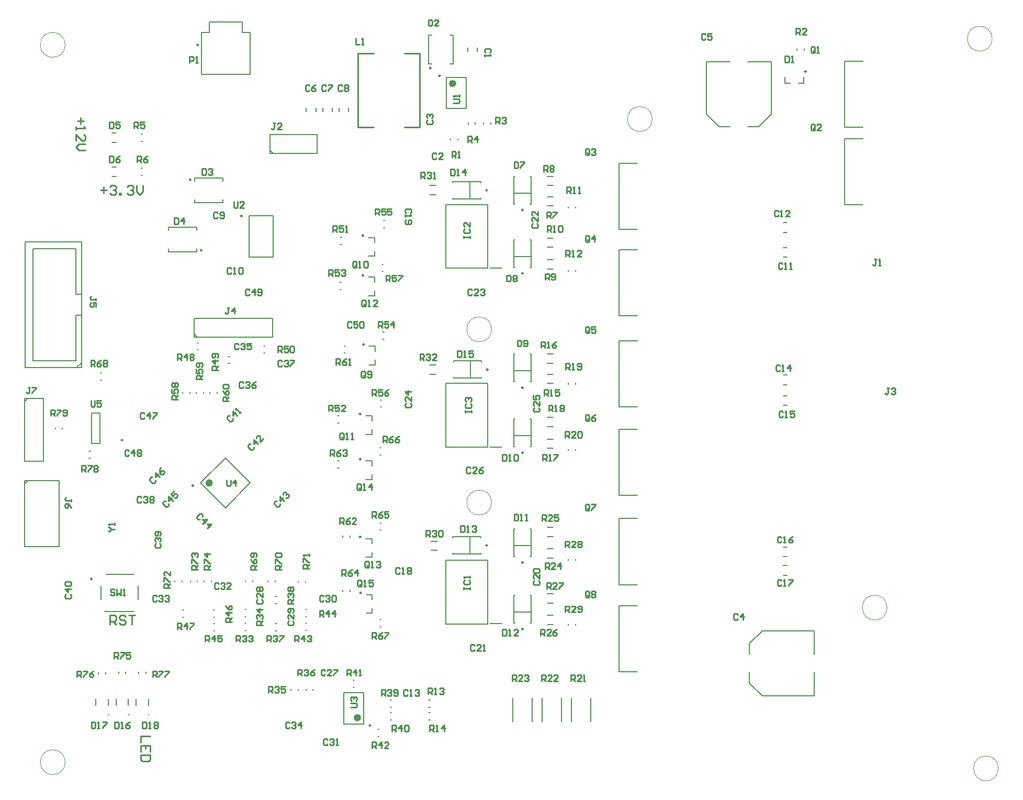
<source format=gto>
G04*
G04 #@! TF.GenerationSoftware,Altium Limited,Altium Designer,23.6.0 (18)*
G04*
G04 Layer_Color=65535*
%FSLAX44Y44*%
%MOMM*%
G71*
G04*
G04 #@! TF.SameCoordinates,9FFC46F5-938B-46D8-84A6-C8BF988D1DB5*
G04*
G04*
G04 #@! TF.FilePolarity,Positive*
G04*
G01*
G75*
%ADD10C,0.6000*%
%ADD11C,0.2500*%
%ADD12C,0.0500*%
%ADD13C,0.1000*%
%ADD14C,0.2540*%
%ADD15C,0.2000*%
%ADD16C,0.1270*%
D10*
X306176Y501546D02*
G03*
X306176Y501546I-3000J0D01*
G01*
X546000Y122000D02*
G03*
X546000Y122000I-3000J0D01*
G01*
X700000Y1147500D02*
G03*
X700000Y1147500I-3000J0D01*
G01*
D11*
X277909Y497303D02*
G03*
X277909Y497303I-1250J0D01*
G01*
X548750Y414356D02*
G03*
X548750Y414356I-1250J0D01*
G01*
X811250Y265500D02*
G03*
X811250Y265500I-1250J0D01*
G01*
X753250Y400906D02*
G03*
X753250Y400906I-1250J0D01*
G01*
X811250Y550500D02*
G03*
X811250Y550500I-1250J0D01*
G01*
Y655500D02*
G03*
X811250Y655500I-1250J0D01*
G01*
Y840500D02*
G03*
X811250Y840500I-1250J0D01*
G01*
X754350Y685000D02*
G03*
X754350Y685000I-1250J0D01*
G01*
X548750Y540096D02*
G03*
X548750Y540096I-1250J0D01*
G01*
Y613231D02*
G03*
X548750Y613231I-1250J0D01*
G01*
X554250Y725500D02*
G03*
X554250Y725500I-1250J0D01*
G01*
X552965Y901550D02*
G03*
X552965Y901550I-1250J0D01*
G01*
Y837334D02*
G03*
X552965Y837334I-1250J0D01*
G01*
X113750Y346500D02*
G03*
X113750Y346500I-1250J0D01*
G01*
X163232Y570950D02*
G03*
X163232Y570950I-1250J0D01*
G01*
X291250Y878000D02*
G03*
X291250Y878000I-1250J0D01*
G01*
X273750Y992000D02*
G03*
X273750Y992000I-1250J0D01*
G01*
X285650Y1210000D02*
G03*
X285650Y1210000I-1250J0D01*
G01*
X564500Y109700D02*
G03*
X564500Y109700I-1250J0D01*
G01*
X811250Y943000D02*
G03*
X811250Y943000I-1250J0D01*
G01*
X662250Y1172500D02*
G03*
X662250Y1172500I-1250J0D01*
G01*
X677000Y1160050D02*
G03*
X677000Y1160050I-1250J0D01*
G01*
X753250Y975000D02*
G03*
X753250Y975000I-1250J0D01*
G01*
X549250Y324000D02*
G03*
X549250Y324000I-1250J0D01*
G01*
X356500Y933500D02*
G03*
X356500Y933500I-1250J0D01*
G01*
X1269250Y1167000D02*
G03*
X1269250Y1167000I-1250J0D01*
G01*
X811250Y373000D02*
G03*
X811250Y373000I-1250J0D01*
G01*
D12*
X1570100Y1220000D02*
G03*
X1570100Y1220000I-20100J0D01*
G01*
X1400100Y300000D02*
G03*
X1400100Y300000I-20100J0D01*
G01*
X1020100Y1090000D02*
G03*
X1020100Y1090000I-20100J0D01*
G01*
X760100Y470000D02*
G03*
X760100Y470000I-20100J0D01*
G01*
Y750000D02*
G03*
X760100Y750000I-20100J0D01*
G01*
X70100Y1210000D02*
G03*
X70100Y1210000I-20100J0D01*
G01*
Y50000D02*
G03*
X70100Y50000I-20100J0D01*
G01*
X1580100Y40000D02*
G03*
X1580100Y40000I-20100J0D01*
G01*
D13*
X126879Y1070871D02*
G03*
X126879Y1070871I-500J0D01*
G01*
Y1015871D02*
G03*
X126879Y1015871I-500J0D01*
G01*
D14*
X172750Y126750D02*
G03*
X172750Y126750I-250J0D01*
G01*
X205250D02*
G03*
X205250Y126750I-250J0D01*
G01*
X140250D02*
G03*
X140250Y126750I-250J0D01*
G01*
X544000Y1076500D02*
X569000D01*
X544000D02*
Y1196500D01*
X569000D01*
X619000Y1076500D02*
X644000D01*
Y1196500D01*
X619000D02*
X644000D01*
X918379Y893424D02*
Y900089D01*
X916712Y901755D01*
X913380D01*
X911714Y900089D01*
Y893424D01*
X913380Y891758D01*
X916712D01*
X915046Y895090D02*
X918379Y891758D01*
X916712D02*
X918379Y893424D01*
X926709Y891758D02*
Y901755D01*
X921711Y896756D01*
X928375D01*
X142540Y272540D02*
Y287775D01*
X150157D01*
X152697Y285236D01*
Y280158D01*
X150157Y277618D01*
X142540D01*
X147618D02*
X152697Y272540D01*
X167932Y285236D02*
X165393Y287775D01*
X160314D01*
X157775Y285236D01*
Y282697D01*
X160314Y280158D01*
X165393D01*
X167932Y277618D01*
Y275079D01*
X165393Y272540D01*
X160314D01*
X157775Y275079D01*
X173010Y287775D02*
X183167D01*
X178088D01*
Y272540D01*
X207775Y92460D02*
X192540D01*
Y82303D01*
X207775Y67068D02*
Y77225D01*
X192540D01*
Y67068D01*
X200158Y77225D02*
Y72147D01*
X207775Y61990D02*
X192540D01*
Y54372D01*
X195079Y51833D01*
X205236D01*
X207775Y54372D01*
Y61990D01*
X127540Y975157D02*
X137697D01*
X132618Y980236D02*
Y970079D01*
X142775Y980236D02*
X145314Y982775D01*
X150393D01*
X152932Y980236D01*
Y977697D01*
X150393Y975157D01*
X147853D01*
X150393D01*
X152932Y972618D01*
Y970079D01*
X150393Y967540D01*
X145314D01*
X142775Y970079D01*
X158010Y967540D02*
Y970079D01*
X160549D01*
Y967540D01*
X158010D01*
X170706Y980236D02*
X173245Y982775D01*
X178324D01*
X180863Y980236D01*
Y977697D01*
X178324Y975157D01*
X175784D01*
X178324D01*
X180863Y972618D01*
Y970079D01*
X178324Y967540D01*
X173245D01*
X170706Y970079D01*
X185941Y982775D02*
Y972618D01*
X191019Y967540D01*
X196098Y972618D01*
Y982775D01*
X95158Y1092460D02*
Y1082303D01*
X100236Y1087382D02*
X90079D01*
X87540Y1077225D02*
Y1072147D01*
Y1074686D01*
X102775D01*
X100236Y1077225D01*
X87540Y1054372D02*
Y1064529D01*
X97697Y1054372D01*
X100236D01*
X102775Y1056911D01*
Y1061990D01*
X100236Y1064529D01*
X102775Y1049294D02*
X92618D01*
X87540Y1044216D01*
X92618Y1039137D01*
X102775D01*
X533335Y760832D02*
X531669Y762498D01*
X528337D01*
X526671Y760832D01*
Y754168D01*
X528337Y752502D01*
X531669D01*
X533335Y754168D01*
X543332Y762498D02*
X536668D01*
Y757500D01*
X540000Y759166D01*
X541666D01*
X543332Y757500D01*
Y754168D01*
X541666Y752502D01*
X538334D01*
X536668Y754168D01*
X546665Y760832D02*
X548331Y762498D01*
X551663D01*
X553329Y760832D01*
Y754168D01*
X551663Y752502D01*
X548331D01*
X546665Y754168D01*
Y760832D01*
X368335Y813332D02*
X366669Y814998D01*
X363337D01*
X361671Y813332D01*
Y806668D01*
X363337Y805002D01*
X366669D01*
X368335Y806668D01*
X376666Y805002D02*
Y814998D01*
X371668Y810000D01*
X378332D01*
X381665Y806668D02*
X383331Y805002D01*
X386663D01*
X388329Y806668D01*
Y813332D01*
X386663Y814998D01*
X383331D01*
X381665Y813332D01*
Y811666D01*
X383331Y810000D01*
X388329D01*
X508337Y692502D02*
Y702498D01*
X513335D01*
X515002Y700832D01*
Y697500D01*
X513335Y695834D01*
X508337D01*
X511669D02*
X515002Y692502D01*
X524998Y702498D02*
X521666Y700832D01*
X518334Y697500D01*
Y694168D01*
X520000Y692502D01*
X523332D01*
X524998Y694168D01*
Y695834D01*
X523332Y697500D01*
X518334D01*
X528331Y692502D02*
X531663D01*
X529997D01*
Y702498D01*
X528331Y700832D01*
X566671Y250002D02*
Y259998D01*
X571669D01*
X573335Y258332D01*
Y255000D01*
X571669Y253334D01*
X566671D01*
X570003D02*
X573335Y250002D01*
X583332Y259998D02*
X580000Y258332D01*
X576668Y255000D01*
Y251668D01*
X578334Y250002D01*
X581666D01*
X583332Y251668D01*
Y253334D01*
X581666Y255000D01*
X576668D01*
X586665Y259998D02*
X593329D01*
Y258332D01*
X586665Y251668D01*
Y250002D01*
X584171Y567502D02*
Y577498D01*
X589169D01*
X590835Y575832D01*
Y572500D01*
X589169Y570834D01*
X584171D01*
X587503D02*
X590835Y567502D01*
X600832Y577498D02*
X597500Y575832D01*
X594168Y572500D01*
Y569168D01*
X595834Y567502D01*
X599166D01*
X600832Y569168D01*
Y570834D01*
X599166Y572500D01*
X594168D01*
X610829Y577498D02*
X607497Y575832D01*
X604165Y572500D01*
Y569168D01*
X605831Y567502D01*
X609163D01*
X610829Y569168D01*
Y570834D01*
X609163Y572500D01*
X604165D01*
X566671Y445002D02*
Y454998D01*
X571669D01*
X573335Y453332D01*
Y450000D01*
X571669Y448334D01*
X566671D01*
X570003D02*
X573335Y445002D01*
X583332Y454998D02*
X580000Y453332D01*
X576668Y450000D01*
Y446668D01*
X578334Y445002D01*
X581666D01*
X583332Y446668D01*
Y448334D01*
X581666Y450000D01*
X576668D01*
X593329Y454998D02*
X586665D01*
Y450000D01*
X589997Y451666D01*
X591663D01*
X593329Y450000D01*
Y446668D01*
X591663Y445002D01*
X588331D01*
X586665Y446668D01*
X517760Y351246D02*
Y361243D01*
X522758D01*
X524425Y359577D01*
Y356244D01*
X522758Y354578D01*
X517760D01*
X521092D02*
X524425Y351246D01*
X534421Y361243D02*
X531089Y359577D01*
X527757Y356244D01*
Y352912D01*
X529423Y351246D01*
X532755D01*
X534421Y352912D01*
Y354578D01*
X532755Y356244D01*
X527757D01*
X542752Y351246D02*
Y361243D01*
X537754Y356244D01*
X544418D01*
X499171Y545002D02*
Y554998D01*
X504169D01*
X505835Y553332D01*
Y550000D01*
X504169Y548334D01*
X499171D01*
X502503D02*
X505835Y545002D01*
X515832Y554998D02*
X512500Y553332D01*
X509168Y550000D01*
Y546668D01*
X510834Y545002D01*
X514166D01*
X515832Y546668D01*
Y548334D01*
X514166Y550000D01*
X509168D01*
X519165Y553332D02*
X520831Y554998D01*
X524163D01*
X525829Y553332D01*
Y551666D01*
X524163Y550000D01*
X522497D01*
X524163D01*
X525829Y548334D01*
Y546668D01*
X524163Y545002D01*
X520831D01*
X519165Y546668D01*
X514171Y435002D02*
Y444998D01*
X519169D01*
X520835Y443332D01*
Y440000D01*
X519169Y438334D01*
X514171D01*
X517503D02*
X520835Y435002D01*
X530832Y444998D02*
X527500Y443332D01*
X524168Y440000D01*
Y436668D01*
X525834Y435002D01*
X529166D01*
X530832Y436668D01*
Y438334D01*
X529166Y440000D01*
X524168D01*
X540829Y435002D02*
X534165D01*
X540829Y441666D01*
Y443332D01*
X539163Y444998D01*
X535831D01*
X534165Y443332D01*
X496671Y617502D02*
Y627498D01*
X501669D01*
X503335Y625832D01*
Y622500D01*
X501669Y620834D01*
X496671D01*
X500003D02*
X503335Y617502D01*
X513332Y627498D02*
X506668D01*
Y622500D01*
X510000Y624166D01*
X511666D01*
X513332Y622500D01*
Y619168D01*
X511666Y617502D01*
X508334D01*
X506668Y619168D01*
X523329Y617502D02*
X516665D01*
X523329Y624166D01*
Y625832D01*
X521663Y627498D01*
X518331D01*
X516665Y625832D01*
X555834Y674168D02*
Y680832D01*
X554168Y682498D01*
X550835D01*
X549169Y680832D01*
Y674168D01*
X550835Y672502D01*
X554168D01*
X552502Y675834D02*
X555834Y672502D01*
X554168D02*
X555834Y674168D01*
X559166D02*
X560832Y672502D01*
X564165D01*
X565831Y674168D01*
Y680832D01*
X564165Y682498D01*
X560832D01*
X559166Y680832D01*
Y679166D01*
X560832Y677500D01*
X565831D01*
X549824Y335894D02*
Y342559D01*
X548158Y344225D01*
X544826D01*
X543160Y342559D01*
Y335894D01*
X544826Y334228D01*
X548158D01*
X546492Y337560D02*
X549824Y334228D01*
X548158D02*
X549824Y335894D01*
X553157Y334228D02*
X556489D01*
X554823D01*
Y344225D01*
X553157Y342559D01*
X568152Y344225D02*
X561487D01*
Y339226D01*
X564820Y340892D01*
X566486D01*
X568152Y339226D01*
Y335894D01*
X566486Y334228D01*
X563154D01*
X561487Y335894D01*
X549169Y491668D02*
Y498332D01*
X547502Y499998D01*
X544170D01*
X542504Y498332D01*
Y491668D01*
X544170Y490002D01*
X547502D01*
X545836Y493334D02*
X549169Y490002D01*
X547502D02*
X549169Y491668D01*
X552501Y490002D02*
X555833D01*
X554167D01*
Y499998D01*
X552501Y498332D01*
X565830Y490002D02*
Y499998D01*
X560831Y495000D01*
X567496D01*
X561669Y366668D02*
Y373332D01*
X560002Y374998D01*
X556670D01*
X555004Y373332D01*
Y366668D01*
X556670Y365002D01*
X560002D01*
X558336Y368334D02*
X561669Y365002D01*
X560002D02*
X561669Y366668D01*
X565001Y365002D02*
X568333D01*
X566667D01*
Y374998D01*
X565001Y373332D01*
X573331D02*
X574998Y374998D01*
X578330D01*
X579996Y373332D01*
Y371666D01*
X578330Y370000D01*
X576664D01*
X578330D01*
X579996Y368334D01*
Y366668D01*
X578330Y365002D01*
X574998D01*
X573331Y366668D01*
X556669Y789168D02*
Y795832D01*
X555002Y797498D01*
X551670D01*
X550004Y795832D01*
Y789168D01*
X551670Y787502D01*
X555002D01*
X553336Y790834D02*
X556669Y787502D01*
X555002D02*
X556669Y789168D01*
X560001Y787502D02*
X563333D01*
X561667D01*
Y797498D01*
X560001Y795832D01*
X574996Y787502D02*
X568331D01*
X574996Y794166D01*
Y795832D01*
X573330Y797498D01*
X569998D01*
X568331Y795832D01*
X520835Y574168D02*
Y580832D01*
X519169Y582498D01*
X515836D01*
X514170Y580832D01*
Y574168D01*
X515836Y572502D01*
X519169D01*
X517502Y575834D02*
X520835Y572502D01*
X519169D02*
X520835Y574168D01*
X524167Y572502D02*
X527499D01*
X525833D01*
Y582498D01*
X524167Y580832D01*
X532498Y572502D02*
X535830D01*
X534164D01*
Y582498D01*
X532498Y580832D01*
X541669Y851668D02*
Y858332D01*
X540002Y859998D01*
X536670D01*
X535004Y858332D01*
Y851668D01*
X536670Y850002D01*
X540002D01*
X538336Y853334D02*
X541669Y850002D01*
X540002D02*
X541669Y851668D01*
X545001Y850002D02*
X548333D01*
X546667D01*
Y859998D01*
X545001Y858332D01*
X553331D02*
X554998Y859998D01*
X558330D01*
X559996Y858332D01*
Y851668D01*
X558330Y850002D01*
X554998D01*
X553331Y851668D01*
Y858332D01*
X1283376Y1198478D02*
Y1205143D01*
X1281710Y1206809D01*
X1278378D01*
X1276712Y1205143D01*
Y1198478D01*
X1278378Y1196812D01*
X1281710D01*
X1280044Y1200144D02*
X1283376Y1196812D01*
X1281710D02*
X1283376Y1198478D01*
X1286709Y1196812D02*
X1290041D01*
X1288375D01*
Y1206809D01*
X1286709Y1205143D01*
X140002Y423335D02*
X141668D01*
X145000Y426668D01*
X141668Y430000D01*
X140002D01*
X145000Y426668D02*
X149998D01*
Y433332D02*
Y436665D01*
Y434998D01*
X140002D01*
X141668Y433332D01*
X111669Y634998D02*
Y626668D01*
X113336Y625002D01*
X116668D01*
X118334Y626668D01*
Y634998D01*
X128331D02*
X121666D01*
Y630000D01*
X124998Y631666D01*
X126664D01*
X128331Y630000D01*
Y626668D01*
X126664Y625002D01*
X123332D01*
X121666Y626668D01*
X331008Y506544D02*
Y498214D01*
X332674Y496548D01*
X336007D01*
X337673Y498214D01*
Y506544D01*
X346003Y496548D02*
Y506544D01*
X341005Y501546D01*
X347669D01*
X532002Y138669D02*
X540332D01*
X541998Y140336D01*
Y143668D01*
X540332Y145334D01*
X532002D01*
X533668Y148666D02*
X532002Y150332D01*
Y153665D01*
X533668Y155331D01*
X535334D01*
X537000Y153665D01*
Y151998D01*
Y153665D01*
X538666Y155331D01*
X540332D01*
X541998Y153665D01*
Y150332D01*
X540332Y148666D01*
X342754Y956365D02*
Y948034D01*
X344420Y946368D01*
X347752D01*
X349418Y948034D01*
Y956365D01*
X359415Y946368D02*
X352751D01*
X359415Y953033D01*
Y954699D01*
X357749Y956365D01*
X354417D01*
X352751Y954699D01*
X698002Y1115835D02*
X706332D01*
X707998Y1117502D01*
Y1120834D01*
X706332Y1122500D01*
X698002D01*
X707998Y1125832D02*
Y1129165D01*
Y1127498D01*
X698002D01*
X699668Y1125832D01*
X150002Y328332D02*
X148336Y329998D01*
X145003D01*
X143337Y328332D01*
Y326666D01*
X145003Y325000D01*
X148336D01*
X150002Y323334D01*
Y321668D01*
X148336Y320002D01*
X145003D01*
X143337Y321668D01*
X153334Y329998D02*
Y320002D01*
X156666Y323334D01*
X159998Y320002D01*
Y329998D01*
X163331Y320002D02*
X166663D01*
X164997D01*
Y329998D01*
X163331Y328332D01*
X211671Y187502D02*
Y197498D01*
X216669D01*
X218335Y195832D01*
Y192500D01*
X216669Y190834D01*
X211671D01*
X215003D02*
X218335Y187502D01*
X221668Y197498D02*
X228332D01*
Y195832D01*
X221668Y189168D01*
Y187502D01*
X231665Y197498D02*
X238329D01*
Y195832D01*
X231665Y189168D01*
Y187502D01*
X46671Y610002D02*
Y619998D01*
X51669D01*
X53335Y618332D01*
Y615000D01*
X51669Y613334D01*
X46671D01*
X50003D02*
X53335Y610002D01*
X56668Y619998D02*
X63332D01*
Y618332D01*
X56668Y611668D01*
Y610002D01*
X66665Y611668D02*
X68331Y610002D01*
X71663D01*
X73329Y611668D01*
Y618332D01*
X71663Y619998D01*
X68331D01*
X66665Y618332D01*
Y616666D01*
X68331Y615000D01*
X73329D01*
X89171Y187502D02*
Y197498D01*
X94169D01*
X95836Y195832D01*
Y192500D01*
X94169Y190834D01*
X89171D01*
X92503D02*
X95836Y187502D01*
X99168Y197498D02*
X105832D01*
Y195832D01*
X99168Y189168D01*
Y187502D01*
X115829Y197498D02*
X112497Y195832D01*
X109164Y192500D01*
Y189168D01*
X110831Y187502D01*
X114163D01*
X115829Y189168D01*
Y190834D01*
X114163Y192500D01*
X109164D01*
X149171Y217502D02*
Y227498D01*
X154169D01*
X155836Y225832D01*
Y222500D01*
X154169Y220834D01*
X149171D01*
X152503D02*
X155836Y217502D01*
X159168Y227498D02*
X165832D01*
Y225832D01*
X159168Y219168D01*
Y217502D01*
X175829Y227498D02*
X169165D01*
Y222500D01*
X172497Y224166D01*
X174163D01*
X175829Y222500D01*
Y219168D01*
X174163Y217502D01*
X170831D01*
X169165Y219168D01*
X576671Y752502D02*
Y762498D01*
X581669D01*
X583335Y760832D01*
Y757500D01*
X581669Y755834D01*
X576671D01*
X580003D02*
X583335Y752502D01*
X593332Y762498D02*
X586668D01*
Y757500D01*
X590000Y759166D01*
X591666D01*
X593332Y757500D01*
Y754168D01*
X591666Y752502D01*
X588334D01*
X586668Y754168D01*
X601663Y752502D02*
Y762498D01*
X596665Y757500D01*
X603329D01*
X111671Y690002D02*
Y699998D01*
X116669D01*
X118336Y698332D01*
Y695000D01*
X116669Y693334D01*
X111671D01*
X115003D02*
X118336Y690002D01*
X128332Y699998D02*
X125000Y698332D01*
X121668Y695000D01*
Y691668D01*
X123334Y690002D01*
X126666D01*
X128332Y691668D01*
Y693334D01*
X126666Y695000D01*
X121668D01*
X131664Y698332D02*
X133331Y699998D01*
X136663D01*
X138329Y698332D01*
Y696666D01*
X136663Y695000D01*
X138329Y693334D01*
Y691668D01*
X136663Y690002D01*
X133331D01*
X131664Y691668D01*
Y693334D01*
X133331Y695000D01*
X131664Y696666D01*
Y698332D01*
X133331Y695000D02*
X136663D01*
X96671Y519684D02*
Y529681D01*
X101669D01*
X103336Y528015D01*
Y524683D01*
X101669Y523016D01*
X96671D01*
X100003D02*
X103336Y519684D01*
X106668Y529681D02*
X113332D01*
Y528015D01*
X106668Y521350D01*
Y519684D01*
X116664Y528015D02*
X118331Y529681D01*
X121663D01*
X123329Y528015D01*
Y526349D01*
X121663Y524683D01*
X123329Y523016D01*
Y521350D01*
X121663Y519684D01*
X118331D01*
X116664Y521350D01*
Y523016D01*
X118331Y524683D01*
X116664Y526349D01*
Y528015D01*
X118331Y524683D02*
X121663D01*
X304998Y361671D02*
X295002D01*
Y366669D01*
X296668Y368335D01*
X300000D01*
X301666Y366669D01*
Y361671D01*
Y365003D02*
X304998Y368335D01*
X295002Y371668D02*
Y378332D01*
X296668D01*
X303332Y371668D01*
X304998D01*
Y386663D02*
X295002D01*
X300000Y381665D01*
Y388329D01*
X284998Y361671D02*
X275002D01*
Y366669D01*
X276668Y368335D01*
X280000D01*
X281666Y366669D01*
Y361671D01*
Y365003D02*
X284998Y368335D01*
X275002Y371668D02*
Y378332D01*
X276668D01*
X283332Y371668D01*
X284998D01*
X276668Y381665D02*
X275002Y383331D01*
Y386663D01*
X276668Y388329D01*
X278334D01*
X280000Y386663D01*
Y384997D01*
Y386663D01*
X281666Y388329D01*
X283332D01*
X284998Y386663D01*
Y383331D01*
X283332Y381665D01*
X239998Y331671D02*
X230002D01*
Y336669D01*
X231668Y338335D01*
X235000D01*
X236666Y336669D01*
Y331671D01*
Y335003D02*
X239998Y338335D01*
X230002Y341668D02*
Y348332D01*
X231668D01*
X238332Y341668D01*
X239998D01*
Y358329D02*
Y351665D01*
X233334Y358329D01*
X231668D01*
X230002Y356663D01*
Y353331D01*
X231668Y351665D01*
X464998Y363337D02*
X455002D01*
Y368335D01*
X456668Y370002D01*
X460000D01*
X461666Y368335D01*
Y363337D01*
Y366669D02*
X464998Y370002D01*
X455002Y373334D02*
Y379998D01*
X456668D01*
X463332Y373334D01*
X464998D01*
Y383331D02*
Y386663D01*
Y384997D01*
X455002D01*
X456668Y383331D01*
X419998Y361671D02*
X410002D01*
Y366669D01*
X411668Y368335D01*
X415000D01*
X416666Y366669D01*
Y361671D01*
Y365003D02*
X419998Y368335D01*
X410002Y371668D02*
Y378332D01*
X411668D01*
X418332Y371668D01*
X419998D01*
X411668Y381665D02*
X410002Y383331D01*
Y386663D01*
X411668Y388329D01*
X418332D01*
X419998Y386663D01*
Y383331D01*
X418332Y381665D01*
X411668D01*
X379998Y361671D02*
X370002D01*
Y366669D01*
X371668Y368335D01*
X375000D01*
X376666Y366669D01*
Y361671D01*
Y365003D02*
X379998Y368335D01*
X370002Y378332D02*
X371668Y375000D01*
X375000Y371668D01*
X378332D01*
X379998Y373334D01*
Y376666D01*
X378332Y378332D01*
X376666D01*
X375000Y376666D01*
Y371668D01*
X378332Y381665D02*
X379998Y383331D01*
Y386663D01*
X378332Y388329D01*
X371668D01*
X370002Y386663D01*
Y383331D01*
X371668Y381665D01*
X373334D01*
X375000Y383331D01*
Y388329D01*
X334998Y634171D02*
X325002D01*
Y639169D01*
X326668Y640835D01*
X330000D01*
X331666Y639169D01*
Y634171D01*
Y637503D02*
X334998Y640835D01*
X325002Y650832D02*
X326668Y647500D01*
X330000Y644168D01*
X333332D01*
X334998Y645834D01*
Y649166D01*
X333332Y650832D01*
X331666D01*
X330000Y649166D01*
Y644168D01*
X326668Y654165D02*
X325002Y655831D01*
Y659163D01*
X326668Y660829D01*
X333332D01*
X334998Y659163D01*
Y655831D01*
X333332Y654165D01*
X326668D01*
X292498Y669171D02*
X282502D01*
Y674169D01*
X284168Y675835D01*
X287500D01*
X289166Y674169D01*
Y669171D01*
Y672503D02*
X292498Y675835D01*
X282502Y685832D02*
Y679168D01*
X287500D01*
X285834Y682500D01*
Y684166D01*
X287500Y685832D01*
X290832D01*
X292498Y684166D01*
Y680834D01*
X290832Y679168D01*
Y689165D02*
X292498Y690831D01*
Y694163D01*
X290832Y695829D01*
X284168D01*
X282502Y694163D01*
Y690831D01*
X284168Y689165D01*
X285834D01*
X287500Y690831D01*
Y695829D01*
X252498Y636671D02*
X242502D01*
Y641669D01*
X244168Y643335D01*
X247500D01*
X249166Y641669D01*
Y636671D01*
Y640003D02*
X252498Y643335D01*
X242502Y653332D02*
Y646668D01*
X247500D01*
X245834Y650000D01*
Y651666D01*
X247500Y653332D01*
X250832D01*
X252498Y651666D01*
Y648334D01*
X250832Y646668D01*
X244168Y656665D02*
X242502Y658331D01*
Y661663D01*
X244168Y663329D01*
X245834D01*
X247500Y661663D01*
X249166Y663329D01*
X250832D01*
X252498Y661663D01*
Y658331D01*
X250832Y656665D01*
X249166D01*
X247500Y658331D01*
X245834Y656665D01*
X244168D01*
X247500Y658331D02*
Y661663D01*
X589171Y827502D02*
Y837498D01*
X594169D01*
X595835Y835832D01*
Y832500D01*
X594169Y830834D01*
X589171D01*
X592503D02*
X595835Y827502D01*
X605832Y837498D02*
X599168D01*
Y832500D01*
X602500Y834166D01*
X604166D01*
X605832Y832500D01*
Y829168D01*
X604166Y827502D01*
X600834D01*
X599168Y829168D01*
X609165Y837498D02*
X615829D01*
Y835832D01*
X609165Y829168D01*
Y827502D01*
X566671Y642502D02*
Y652498D01*
X571669D01*
X573335Y650832D01*
Y647500D01*
X571669Y645834D01*
X566671D01*
X570003D02*
X573335Y642502D01*
X583332Y652498D02*
X576668D01*
Y647500D01*
X580000Y649166D01*
X581666D01*
X583332Y647500D01*
Y644168D01*
X581666Y642502D01*
X578334D01*
X576668Y644168D01*
X593329Y652498D02*
X589997Y650832D01*
X586665Y647500D01*
Y644168D01*
X588331Y642502D01*
X591663D01*
X593329Y644168D01*
Y645834D01*
X591663Y647500D01*
X586665D01*
X571671Y935002D02*
Y944998D01*
X576669D01*
X578335Y943332D01*
Y940000D01*
X576669Y938334D01*
X571671D01*
X575003D02*
X578335Y935002D01*
X588332Y944998D02*
X581668D01*
Y940000D01*
X585000Y941666D01*
X586666D01*
X588332Y940000D01*
Y936668D01*
X586666Y935002D01*
X583334D01*
X581668Y936668D01*
X598329Y944998D02*
X591665D01*
Y940000D01*
X594997Y941666D01*
X596663D01*
X598329Y940000D01*
Y936668D01*
X596663Y935002D01*
X593331D01*
X591665Y936668D01*
X496456Y836418D02*
Y846415D01*
X501454D01*
X503120Y844749D01*
Y841416D01*
X501454Y839750D01*
X496456D01*
X499788D02*
X503120Y836418D01*
X513117Y846415D02*
X506453D01*
Y841416D01*
X509785Y843083D01*
X511451D01*
X513117Y841416D01*
Y838084D01*
X511451Y836418D01*
X508119D01*
X506453Y838084D01*
X516450Y844749D02*
X518116Y846415D01*
X521448D01*
X523114Y844749D01*
Y843083D01*
X521448Y841416D01*
X519782D01*
X521448D01*
X523114Y839750D01*
Y838084D01*
X521448Y836418D01*
X518116D01*
X516450Y838084D01*
X503337Y907502D02*
Y917498D01*
X508335D01*
X510002Y915832D01*
Y912500D01*
X508335Y910834D01*
X503337D01*
X506669D02*
X510002Y907502D01*
X519998Y917498D02*
X513334D01*
Y912500D01*
X516666Y914166D01*
X518332D01*
X519998Y912500D01*
Y909168D01*
X518332Y907502D01*
X515000D01*
X513334Y909168D01*
X523331Y907502D02*
X526663D01*
X524997D01*
Y917498D01*
X523331Y915832D01*
X414171Y712502D02*
Y722498D01*
X419169D01*
X420835Y720832D01*
Y717500D01*
X419169Y715834D01*
X414171D01*
X417503D02*
X420835Y712502D01*
X430832Y722498D02*
X424168D01*
Y717500D01*
X427500Y719166D01*
X429166D01*
X430832Y717500D01*
Y714168D01*
X429166Y712502D01*
X425834D01*
X424168Y714168D01*
X434165Y720832D02*
X435831Y722498D01*
X439163D01*
X440829Y720832D01*
Y714168D01*
X439163Y712502D01*
X435831D01*
X434165Y714168D01*
Y720832D01*
X317498Y684171D02*
X307502D01*
Y689169D01*
X309168Y690835D01*
X312500D01*
X314166Y689169D01*
Y684171D01*
Y687503D02*
X317498Y690835D01*
Y699166D02*
X307502D01*
X312500Y694168D01*
Y700832D01*
X315832Y704165D02*
X317498Y705831D01*
Y709163D01*
X315832Y710829D01*
X309168D01*
X307502Y709163D01*
Y705831D01*
X309168Y704165D01*
X310834D01*
X312500Y705831D01*
Y710829D01*
X251671Y700002D02*
Y709998D01*
X256669D01*
X258335Y708332D01*
Y705000D01*
X256669Y703334D01*
X251671D01*
X255003D02*
X258335Y700002D01*
X266666D02*
Y709998D01*
X261668Y705000D01*
X268332D01*
X271665Y708332D02*
X273331Y709998D01*
X276663D01*
X278329Y708332D01*
Y706666D01*
X276663Y705000D01*
X278329Y703334D01*
Y701668D01*
X276663Y700002D01*
X273331D01*
X271665Y701668D01*
Y703334D01*
X273331Y705000D01*
X271665Y706666D01*
Y708332D01*
X273331Y705000D02*
X276663D01*
X251671Y265002D02*
Y274998D01*
X256669D01*
X258335Y273332D01*
Y270000D01*
X256669Y268334D01*
X251671D01*
X255003D02*
X258335Y265002D01*
X266666D02*
Y274998D01*
X261668Y270000D01*
X268332D01*
X271665Y274998D02*
X278329D01*
Y273332D01*
X271665Y266668D01*
Y265002D01*
X339998Y276671D02*
X330001D01*
Y281669D01*
X331668Y283335D01*
X335000D01*
X336666Y281669D01*
Y276671D01*
Y280003D02*
X339998Y283335D01*
Y291666D02*
X330001D01*
X335000Y286668D01*
Y293332D01*
X330001Y303329D02*
X331668Y299997D01*
X335000Y296665D01*
X338332D01*
X339998Y298331D01*
Y301663D01*
X338332Y303329D01*
X336666D01*
X335000Y301663D01*
Y296665D01*
X296671Y245002D02*
Y254998D01*
X301669D01*
X303335Y253332D01*
Y250000D01*
X301669Y248334D01*
X296671D01*
X300003D02*
X303335Y245002D01*
X311666D02*
Y254998D01*
X306668Y250000D01*
X313332D01*
X323329Y254998D02*
X316665D01*
Y250000D01*
X319997Y251666D01*
X321663D01*
X323329Y250000D01*
Y246668D01*
X321663Y245002D01*
X318331D01*
X316665Y246668D01*
X481671Y285002D02*
Y294998D01*
X486669D01*
X488335Y293332D01*
Y290000D01*
X486669Y288334D01*
X481671D01*
X485003D02*
X488335Y285002D01*
X496666D02*
Y294998D01*
X491668Y290000D01*
X498332D01*
X506663Y285002D02*
Y294998D01*
X501665Y290000D01*
X508329D01*
X441671Y245002D02*
Y254998D01*
X446669D01*
X448335Y253332D01*
Y250000D01*
X446669Y248334D01*
X441671D01*
X445003D02*
X448335Y245002D01*
X456666D02*
Y254998D01*
X451668Y250000D01*
X458332D01*
X461665Y253332D02*
X463331Y254998D01*
X466663D01*
X468329Y253332D01*
Y251666D01*
X466663Y250000D01*
X464997D01*
X466663D01*
X468329Y248334D01*
Y246668D01*
X466663Y245002D01*
X463331D01*
X461665Y246668D01*
X566671Y72502D02*
Y82498D01*
X571669D01*
X573335Y80832D01*
Y77500D01*
X571669Y75834D01*
X566671D01*
X570003D02*
X573335Y72502D01*
X581666D02*
Y82498D01*
X576668Y77500D01*
X583332D01*
X593329Y72502D02*
X586665D01*
X593329Y79166D01*
Y80832D01*
X591663Y82498D01*
X588331D01*
X586665Y80832D01*
X525837Y190002D02*
Y199998D01*
X530835D01*
X532502Y198332D01*
Y195000D01*
X530835Y193334D01*
X525837D01*
X529169D02*
X532502Y190002D01*
X540832D02*
Y199998D01*
X535834Y195000D01*
X542498D01*
X545831Y190002D02*
X549163D01*
X547497D01*
Y199998D01*
X545831Y198332D01*
X599171Y100002D02*
Y109998D01*
X604169D01*
X605835Y108332D01*
Y105000D01*
X604169Y103334D01*
X599171D01*
X602503D02*
X605835Y100002D01*
X614166D02*
Y109998D01*
X609168Y105000D01*
X615832D01*
X619165Y108332D02*
X620831Y109998D01*
X624163D01*
X625829Y108332D01*
Y101668D01*
X624163Y100002D01*
X620831D01*
X619165Y101668D01*
Y108332D01*
X581671Y157502D02*
Y167498D01*
X586669D01*
X588335Y165832D01*
Y162500D01*
X586669Y160834D01*
X581671D01*
X585003D02*
X588335Y157502D01*
X591668Y165832D02*
X593334Y167498D01*
X596666D01*
X598332Y165832D01*
Y164166D01*
X596666Y162500D01*
X595000D01*
X596666D01*
X598332Y160834D01*
Y159168D01*
X596666Y157502D01*
X593334D01*
X591668Y159168D01*
X601665D02*
X603331Y157502D01*
X606663D01*
X608329Y159168D01*
Y165832D01*
X606663Y167498D01*
X603331D01*
X601665Y165832D01*
Y164166D01*
X603331Y162500D01*
X608329D01*
X439998Y306671D02*
X430002D01*
Y311669D01*
X431668Y313335D01*
X435000D01*
X436666Y311669D01*
Y306671D01*
Y310003D02*
X439998Y313335D01*
X431668Y316668D02*
X430002Y318334D01*
Y321666D01*
X431668Y323332D01*
X433334D01*
X435000Y321666D01*
Y320000D01*
Y321666D01*
X436666Y323332D01*
X438332D01*
X439998Y321666D01*
Y318334D01*
X438332Y316668D01*
X431668Y326665D02*
X430002Y328331D01*
Y331663D01*
X431668Y333329D01*
X433334D01*
X435000Y331663D01*
X436666Y333329D01*
X438332D01*
X439998Y331663D01*
Y328331D01*
X438332Y326665D01*
X436666D01*
X435000Y328331D01*
X433334Y326665D01*
X431668D01*
X435000Y328331D02*
Y331663D01*
X396671Y245002D02*
Y254998D01*
X401669D01*
X403335Y253332D01*
Y250000D01*
X401669Y248334D01*
X396671D01*
X400003D02*
X403335Y245002D01*
X406668Y253332D02*
X408334Y254998D01*
X411666D01*
X413332Y253332D01*
Y251666D01*
X411666Y250000D01*
X410000D01*
X411666D01*
X413332Y248334D01*
Y246668D01*
X411666Y245002D01*
X408334D01*
X406668Y246668D01*
X416665Y254998D02*
X423329D01*
Y253332D01*
X416665Y246668D01*
Y245002D01*
X446671Y190002D02*
Y199998D01*
X451669D01*
X453335Y198332D01*
Y195000D01*
X451669Y193334D01*
X446671D01*
X450003D02*
X453335Y190002D01*
X456668Y198332D02*
X458334Y199998D01*
X461666D01*
X463332Y198332D01*
Y196666D01*
X461666Y195000D01*
X460000D01*
X461666D01*
X463332Y193334D01*
Y191668D01*
X461666Y190002D01*
X458334D01*
X456668Y191668D01*
X473329Y199998D02*
X469997Y198332D01*
X466665Y195000D01*
Y191668D01*
X468331Y190002D01*
X471663D01*
X473329Y191668D01*
Y193334D01*
X471663Y195000D01*
X466665D01*
X399171Y162502D02*
Y172498D01*
X404169D01*
X405835Y170832D01*
Y167500D01*
X404169Y165834D01*
X399171D01*
X402503D02*
X405835Y162502D01*
X409168Y170832D02*
X410834Y172498D01*
X414166D01*
X415832Y170832D01*
Y169166D01*
X414166Y167500D01*
X412500D01*
X414166D01*
X415832Y165834D01*
Y164168D01*
X414166Y162502D01*
X410834D01*
X409168Y164168D01*
X425829Y172498D02*
X419165D01*
Y167500D01*
X422497Y169166D01*
X424163D01*
X425829Y167500D01*
Y164168D01*
X424163Y162502D01*
X420831D01*
X419165Y164168D01*
X389998Y271671D02*
X380002D01*
Y276669D01*
X381668Y278335D01*
X385000D01*
X386666Y276669D01*
Y271671D01*
Y275003D02*
X389998Y278335D01*
X381668Y281668D02*
X380002Y283334D01*
Y286666D01*
X381668Y288332D01*
X383334D01*
X385000Y286666D01*
Y285000D01*
Y286666D01*
X386666Y288332D01*
X388332D01*
X389998Y286666D01*
Y283334D01*
X388332Y281668D01*
X389998Y296663D02*
X380002D01*
X385000Y291665D01*
Y298329D01*
X346671Y245002D02*
Y254998D01*
X351669D01*
X353335Y253332D01*
Y250000D01*
X351669Y248334D01*
X346671D01*
X350003D02*
X353335Y245002D01*
X356668Y253332D02*
X358334Y254998D01*
X361666D01*
X363332Y253332D01*
Y251666D01*
X361666Y250000D01*
X360000D01*
X361666D01*
X363332Y248334D01*
Y246668D01*
X361666Y245002D01*
X358334D01*
X356668Y246668D01*
X366665Y253332D02*
X368331Y254998D01*
X371663D01*
X373329Y253332D01*
Y251666D01*
X371663Y250000D01*
X369997D01*
X371663D01*
X373329Y248334D01*
Y246668D01*
X371663Y245002D01*
X368331D01*
X366665Y246668D01*
X644171Y700002D02*
Y709998D01*
X649169D01*
X650835Y708332D01*
Y705000D01*
X649169Y703334D01*
X644171D01*
X647503D02*
X650835Y700002D01*
X654168Y708332D02*
X655834Y709998D01*
X659166D01*
X660832Y708332D01*
Y706666D01*
X659166Y705000D01*
X657500D01*
X659166D01*
X660832Y703334D01*
Y701668D01*
X659166Y700002D01*
X655834D01*
X654168Y701668D01*
X670829Y700002D02*
X664165D01*
X670829Y706666D01*
Y708332D01*
X669163Y709998D01*
X665831D01*
X664165Y708332D01*
X645776Y993866D02*
Y1003863D01*
X650774D01*
X652440Y1002197D01*
Y998864D01*
X650774Y997198D01*
X645776D01*
X649108D02*
X652440Y993866D01*
X655773Y1002197D02*
X657439Y1003863D01*
X660771D01*
X662437Y1002197D01*
Y1000530D01*
X660771Y998864D01*
X659105D01*
X660771D01*
X662437Y997198D01*
Y995532D01*
X660771Y993866D01*
X657439D01*
X655773Y995532D01*
X665770Y993866D02*
X669102D01*
X667436D01*
Y1003863D01*
X665770Y1002197D01*
X654171Y415002D02*
Y424998D01*
X659169D01*
X660835Y423332D01*
Y420000D01*
X659169Y418334D01*
X654171D01*
X657503D02*
X660835Y415002D01*
X664168Y423332D02*
X665834Y424998D01*
X669166D01*
X670832Y423332D01*
Y421666D01*
X669166Y420000D01*
X667500D01*
X669166D01*
X670832Y418334D01*
Y416668D01*
X669166Y415002D01*
X665834D01*
X664168Y416668D01*
X674165Y423332D02*
X675831Y424998D01*
X679163D01*
X680829Y423332D01*
Y416668D01*
X679163Y415002D01*
X675831D01*
X674165Y416668D01*
Y423332D01*
X879171Y292502D02*
Y302498D01*
X884169D01*
X885835Y300832D01*
Y297500D01*
X884169Y295834D01*
X879171D01*
X882503D02*
X885835Y292502D01*
X895832D02*
X889168D01*
X895832Y299166D01*
Y300832D01*
X894166Y302498D01*
X890834D01*
X889168Y300832D01*
X899165Y294168D02*
X900831Y292502D01*
X904163D01*
X905829Y294168D01*
Y300832D01*
X904163Y302498D01*
X900831D01*
X899165Y300832D01*
Y299166D01*
X900831Y297500D01*
X905829D01*
X879171Y397502D02*
Y407498D01*
X884169D01*
X885835Y405832D01*
Y402500D01*
X884169Y400834D01*
X879171D01*
X882503D02*
X885835Y397502D01*
X895832D02*
X889168D01*
X895832Y404166D01*
Y405832D01*
X894166Y407498D01*
X890834D01*
X889168Y405832D01*
X899165D02*
X900831Y407498D01*
X904163D01*
X905829Y405832D01*
Y404166D01*
X904163Y402500D01*
X905829Y400834D01*
Y399168D01*
X904163Y397502D01*
X900831D01*
X899165Y399168D01*
Y400834D01*
X900831Y402500D01*
X899165Y404166D01*
Y405832D01*
X900831Y402500D02*
X904163D01*
X849171Y330002D02*
Y339998D01*
X854169D01*
X855835Y338332D01*
Y335000D01*
X854169Y333334D01*
X849171D01*
X852503D02*
X855835Y330002D01*
X865832D02*
X859168D01*
X865832Y336666D01*
Y338332D01*
X864166Y339998D01*
X860834D01*
X859168Y338332D01*
X869165Y339998D02*
X875829D01*
Y338332D01*
X869165Y331668D01*
Y330002D01*
X839171Y255002D02*
Y264998D01*
X844169D01*
X845835Y263332D01*
Y260000D01*
X844169Y258334D01*
X839171D01*
X842503D02*
X845835Y255002D01*
X855832D02*
X849168D01*
X855832Y261666D01*
Y263332D01*
X854166Y264998D01*
X850834D01*
X849168Y263332D01*
X865829Y264998D02*
X862497Y263332D01*
X859165Y260000D01*
Y256668D01*
X860831Y255002D01*
X864163D01*
X865829Y256668D01*
Y258334D01*
X864163Y260000D01*
X859165D01*
X841671Y440002D02*
Y449998D01*
X846669D01*
X848335Y448332D01*
Y445000D01*
X846669Y443334D01*
X841671D01*
X845003D02*
X848335Y440002D01*
X858332D02*
X851668D01*
X858332Y446666D01*
Y448332D01*
X856666Y449998D01*
X853334D01*
X851668Y448332D01*
X868329Y449998D02*
X861665D01*
Y445000D01*
X864997Y446666D01*
X866663D01*
X868329Y445000D01*
Y441668D01*
X866663Y440002D01*
X863331D01*
X861665Y441668D01*
X846671Y362502D02*
Y372498D01*
X851669D01*
X853335Y370832D01*
Y367500D01*
X851669Y365834D01*
X846671D01*
X850003D02*
X853335Y362502D01*
X863332D02*
X856668D01*
X863332Y369166D01*
Y370832D01*
X861666Y372498D01*
X858334D01*
X856668Y370832D01*
X871663Y362502D02*
Y372498D01*
X866665Y367500D01*
X873329D01*
X793350Y181320D02*
Y191317D01*
X798348D01*
X800014Y189651D01*
Y186318D01*
X798348Y184652D01*
X793350D01*
X796682D02*
X800014Y181320D01*
X810011D02*
X803347D01*
X810011Y187985D01*
Y189651D01*
X808345Y191317D01*
X805013D01*
X803347Y189651D01*
X813344D02*
X815010Y191317D01*
X818342D01*
X820008Y189651D01*
Y187985D01*
X818342Y186318D01*
X816676D01*
X818342D01*
X820008Y184652D01*
Y182986D01*
X818342Y181320D01*
X815010D01*
X813344Y182986D01*
X840848Y181320D02*
Y191317D01*
X845846D01*
X847513Y189651D01*
Y186318D01*
X845846Y184652D01*
X840848D01*
X844180D02*
X847513Y181320D01*
X857509D02*
X850845D01*
X857509Y187985D01*
Y189651D01*
X855843Y191317D01*
X852511D01*
X850845Y189651D01*
X867506Y181320D02*
X860842D01*
X867506Y187985D01*
Y189651D01*
X865840Y191317D01*
X862508D01*
X860842Y189651D01*
X888346Y181320D02*
Y191317D01*
X893344D01*
X895011Y189651D01*
Y186318D01*
X893344Y184652D01*
X888346D01*
X891678D02*
X895011Y181320D01*
X905007D02*
X898343D01*
X905007Y187985D01*
Y189651D01*
X903341Y191317D01*
X900009D01*
X898343Y189651D01*
X908340Y181320D02*
X911672D01*
X910006D01*
Y191317D01*
X908340Y189651D01*
X879171Y575002D02*
Y584998D01*
X884169D01*
X885835Y583332D01*
Y580000D01*
X884169Y578334D01*
X879171D01*
X882503D02*
X885835Y575002D01*
X895832D02*
X889168D01*
X895832Y581666D01*
Y583332D01*
X894166Y584998D01*
X890834D01*
X889168Y583332D01*
X899165D02*
X900831Y584998D01*
X904163D01*
X905829Y583332D01*
Y576668D01*
X904163Y575002D01*
X900831D01*
X899165Y576668D01*
Y583332D01*
X880004Y685002D02*
Y694998D01*
X885002D01*
X886668Y693332D01*
Y690000D01*
X885002Y688334D01*
X880004D01*
X883336D02*
X886668Y685002D01*
X890001D02*
X893333D01*
X891667D01*
Y694998D01*
X890001Y693332D01*
X898332Y686668D02*
X899998Y685002D01*
X903330D01*
X904996Y686668D01*
Y693332D01*
X903330Y694998D01*
X899998D01*
X898332Y693332D01*
Y691666D01*
X899998Y690000D01*
X904996D01*
X852504Y617502D02*
Y627498D01*
X857502D01*
X859168Y625832D01*
Y622500D01*
X857502Y620834D01*
X852504D01*
X855836D02*
X859168Y617502D01*
X862501D02*
X865833D01*
X864167D01*
Y627498D01*
X862501Y625832D01*
X870832D02*
X872498Y627498D01*
X875830D01*
X877496Y625832D01*
Y624166D01*
X875830Y622500D01*
X877496Y620834D01*
Y619168D01*
X875830Y617502D01*
X872498D01*
X870832Y619168D01*
Y620834D01*
X872498Y622500D01*
X870832Y624166D01*
Y625832D01*
X872498Y622500D02*
X875830D01*
X842504Y537502D02*
Y547498D01*
X847502D01*
X849168Y545832D01*
Y542500D01*
X847502Y540834D01*
X842504D01*
X845836D02*
X849168Y537502D01*
X852501D02*
X855833D01*
X854167D01*
Y547498D01*
X852501Y545832D01*
X860832Y547498D02*
X867496D01*
Y545832D01*
X860832Y539168D01*
Y537502D01*
X840004Y720002D02*
Y729998D01*
X845002D01*
X846668Y728332D01*
Y725000D01*
X845002Y723334D01*
X840004D01*
X843336D02*
X846668Y720002D01*
X850001D02*
X853333D01*
X851667D01*
Y729998D01*
X850001Y728332D01*
X864996Y729998D02*
X861664Y728332D01*
X858332Y725000D01*
Y721668D01*
X859998Y720002D01*
X863330D01*
X864996Y721668D01*
Y723334D01*
X863330Y725000D01*
X858332D01*
X845004Y642502D02*
Y652498D01*
X850002D01*
X851669Y650832D01*
Y647500D01*
X850002Y645834D01*
X845004D01*
X848336D02*
X851669Y642502D01*
X855001D02*
X858333D01*
X856667D01*
Y652498D01*
X855001Y650832D01*
X869996Y652498D02*
X863332D01*
Y647500D01*
X866664Y649166D01*
X868330D01*
X869996Y647500D01*
Y644168D01*
X868330Y642502D01*
X864998D01*
X863332Y644168D01*
X660004Y100002D02*
Y109998D01*
X665002D01*
X666668Y108332D01*
Y105000D01*
X665002Y103334D01*
X660004D01*
X663336D02*
X666668Y100002D01*
X670001D02*
X673333D01*
X671667D01*
Y109998D01*
X670001Y108332D01*
X683330Y100002D02*
Y109998D01*
X678332Y105000D01*
X684996D01*
X657504Y160002D02*
Y169998D01*
X662502D01*
X664168Y168332D01*
Y165000D01*
X662502Y163334D01*
X657504D01*
X660836D02*
X664168Y160002D01*
X667501D02*
X670833D01*
X669167D01*
Y169998D01*
X667501Y168332D01*
X675832D02*
X677498Y169998D01*
X680830D01*
X682496Y168332D01*
Y166666D01*
X680830Y165000D01*
X679164D01*
X680830D01*
X682496Y163334D01*
Y161668D01*
X680830Y160002D01*
X677498D01*
X675832Y161668D01*
X880004Y867502D02*
Y877498D01*
X885002D01*
X886668Y875832D01*
Y872500D01*
X885002Y870834D01*
X880004D01*
X883336D02*
X886668Y867502D01*
X890001D02*
X893333D01*
X891667D01*
Y877498D01*
X890001Y875832D01*
X904996Y867502D02*
X898332D01*
X904996Y874166D01*
Y875832D01*
X903330Y877498D01*
X899998D01*
X898332Y875832D01*
X881670Y970002D02*
Y979998D01*
X886669D01*
X888335Y978332D01*
Y975000D01*
X886669Y973334D01*
X881670D01*
X885002D02*
X888335Y970002D01*
X891667D02*
X894999D01*
X893333D01*
Y979998D01*
X891667Y978332D01*
X899998Y970002D02*
X903330D01*
X901664D01*
Y979998D01*
X899998Y978332D01*
X850004Y907502D02*
Y917498D01*
X855002D01*
X856668Y915832D01*
Y912500D01*
X855002Y910834D01*
X850004D01*
X853336D02*
X856668Y907502D01*
X860001D02*
X863333D01*
X861667D01*
Y917498D01*
X860001Y915832D01*
X868332D02*
X869998Y917498D01*
X873330D01*
X874996Y915832D01*
Y909168D01*
X873330Y907502D01*
X869998D01*
X868332Y909168D01*
Y915832D01*
X846669Y830002D02*
Y839998D01*
X851668D01*
X853334Y838332D01*
Y835000D01*
X851668Y833334D01*
X846669D01*
X850002D02*
X853334Y830002D01*
X856666Y831668D02*
X858332Y830002D01*
X861665D01*
X863331Y831668D01*
Y838332D01*
X861665Y839998D01*
X858332D01*
X856666Y838332D01*
Y836666D01*
X858332Y835000D01*
X863331D01*
X844169Y1005002D02*
Y1014998D01*
X849168D01*
X850834Y1013332D01*
Y1010000D01*
X849168Y1008334D01*
X844169D01*
X847502D02*
X850834Y1005002D01*
X854166Y1013332D02*
X855832Y1014998D01*
X859165D01*
X860831Y1013332D01*
Y1011666D01*
X859165Y1010000D01*
X860831Y1008334D01*
Y1006668D01*
X859165Y1005002D01*
X855832D01*
X854166Y1006668D01*
Y1008334D01*
X855832Y1010000D01*
X854166Y1011666D01*
Y1013332D01*
X855832Y1010000D02*
X859165D01*
X849169Y930002D02*
Y939998D01*
X854168D01*
X855834Y938332D01*
Y935000D01*
X854168Y933334D01*
X849169D01*
X852502D02*
X855834Y930002D01*
X859166Y939998D02*
X865831D01*
Y938332D01*
X859166Y931668D01*
Y930002D01*
X186669Y1020002D02*
Y1029998D01*
X191668D01*
X193334Y1028332D01*
Y1025000D01*
X191668Y1023334D01*
X186669D01*
X190002D02*
X193334Y1020002D01*
X203331Y1029998D02*
X199998Y1028332D01*
X196666Y1025000D01*
Y1021668D01*
X198332Y1020002D01*
X201665D01*
X203331Y1021668D01*
Y1023334D01*
X201665Y1025000D01*
X196666D01*
X181669Y1075002D02*
Y1084998D01*
X186668D01*
X188334Y1083332D01*
Y1080000D01*
X186668Y1078334D01*
X181669D01*
X185002D02*
X188334Y1075002D01*
X198331Y1084998D02*
X191666D01*
Y1080000D01*
X194998Y1081666D01*
X196665D01*
X198331Y1080000D01*
Y1076668D01*
X196665Y1075002D01*
X193332D01*
X191666Y1076668D01*
X721669Y1052502D02*
Y1062498D01*
X726668D01*
X728334Y1060832D01*
Y1057500D01*
X726668Y1055834D01*
X721669D01*
X725002D02*
X728334Y1052502D01*
X736665D02*
Y1062498D01*
X731666Y1057500D01*
X738331D01*
X766669Y1082502D02*
Y1092498D01*
X771668D01*
X773334Y1090832D01*
Y1087500D01*
X771668Y1085834D01*
X766669D01*
X770002D02*
X773334Y1082502D01*
X776666Y1090832D02*
X778332Y1092498D01*
X781665D01*
X783331Y1090832D01*
Y1089166D01*
X781665Y1087500D01*
X779998D01*
X781665D01*
X783331Y1085834D01*
Y1084168D01*
X781665Y1082502D01*
X778332D01*
X776666Y1084168D01*
X1252836Y1226784D02*
Y1236781D01*
X1257834D01*
X1259501Y1235115D01*
Y1231782D01*
X1257834Y1230116D01*
X1252836D01*
X1256168D02*
X1259501Y1226784D01*
X1269497D02*
X1262833D01*
X1269497Y1233448D01*
Y1235115D01*
X1267831Y1236781D01*
X1264499D01*
X1262833Y1235115D01*
X695835Y1027502D02*
Y1037498D01*
X700834D01*
X702500Y1035832D01*
Y1032500D01*
X700834Y1030834D01*
X695835D01*
X699168D02*
X702500Y1027502D01*
X705832D02*
X709165D01*
X707498D01*
Y1037498D01*
X705832Y1035832D01*
X918379Y318368D02*
Y325033D01*
X916712Y326699D01*
X913380D01*
X911714Y325033D01*
Y318368D01*
X913380Y316702D01*
X916712D01*
X915046Y320034D02*
X918379Y316702D01*
X916712D02*
X918379Y318368D01*
X921711Y325033D02*
X923377Y326699D01*
X926709D01*
X928375Y325033D01*
Y323367D01*
X926709Y321700D01*
X928375Y320034D01*
Y318368D01*
X926709Y316702D01*
X923377D01*
X921711Y318368D01*
Y320034D01*
X923377Y321700D01*
X921711Y323367D01*
Y325033D01*
X923377Y321700D02*
X926709D01*
X918379Y459084D02*
Y465749D01*
X916712Y467415D01*
X913380D01*
X911714Y465749D01*
Y459084D01*
X913380Y457418D01*
X916712D01*
X915046Y460750D02*
X918379Y457418D01*
X916712D02*
X918379Y459084D01*
X921711Y467415D02*
X928375D01*
Y465749D01*
X921711Y459084D01*
Y457418D01*
X918379Y603356D02*
Y610021D01*
X916712Y611687D01*
X913380D01*
X911714Y610021D01*
Y603356D01*
X913380Y601690D01*
X916712D01*
X915046Y605022D02*
X918379Y601690D01*
X916712D02*
X918379Y603356D01*
X928375Y611687D02*
X925043Y610021D01*
X921711Y606688D01*
Y603356D01*
X923377Y601690D01*
X926709D01*
X928375Y603356D01*
Y605022D01*
X926709Y606688D01*
X921711D01*
X918379Y746104D02*
Y752769D01*
X916712Y754435D01*
X913380D01*
X911714Y752769D01*
Y746104D01*
X913380Y744438D01*
X916712D01*
X915046Y747770D02*
X918379Y744438D01*
X916712D02*
X918379Y746104D01*
X928375Y754435D02*
X921711D01*
Y749436D01*
X925043Y751103D01*
X926709D01*
X928375Y749436D01*
Y746104D01*
X926709Y744438D01*
X923377D01*
X921711Y746104D01*
X918379Y1033632D02*
Y1040297D01*
X916712Y1041963D01*
X913380D01*
X911714Y1040297D01*
Y1033632D01*
X913380Y1031966D01*
X916712D01*
X915046Y1035298D02*
X918379Y1031966D01*
X916712D02*
X918379Y1033632D01*
X921711Y1040297D02*
X923377Y1041963D01*
X926709D01*
X928375Y1040297D01*
Y1038631D01*
X926709Y1036964D01*
X925043D01*
X926709D01*
X928375Y1035298D01*
Y1033632D01*
X926709Y1031966D01*
X923377D01*
X921711Y1033632D01*
X1283376Y1073510D02*
Y1080175D01*
X1281710Y1081841D01*
X1278378D01*
X1276712Y1080175D01*
Y1073510D01*
X1278378Y1071844D01*
X1281710D01*
X1280044Y1075176D02*
X1283376Y1071844D01*
X1281710D02*
X1283376Y1073510D01*
X1293373Y1071844D02*
X1286709D01*
X1293373Y1078509D01*
Y1080175D01*
X1291707Y1081841D01*
X1288375D01*
X1286709Y1080175D01*
X271035Y1181002D02*
Y1190998D01*
X276034D01*
X277700Y1189332D01*
Y1186000D01*
X276034Y1184334D01*
X271035D01*
X281032Y1181002D02*
X284364D01*
X282698D01*
Y1190998D01*
X281032Y1189332D01*
X540112Y1220779D02*
Y1210782D01*
X546777D01*
X550109D02*
X553441D01*
X551775D01*
Y1220779D01*
X550109Y1219113D01*
X79998Y471666D02*
Y474998D01*
Y473332D01*
X71668D01*
X70002Y474998D01*
Y476665D01*
X71668Y478331D01*
X79998Y461669D02*
X78332Y465002D01*
X75000Y468334D01*
X71668D01*
X70002Y466668D01*
Y463335D01*
X71668Y461669D01*
X73334D01*
X75000Y463335D01*
Y468334D01*
X119998Y796666D02*
Y799998D01*
Y798332D01*
X111668D01*
X110002Y799998D01*
Y801665D01*
X111668Y803331D01*
X119998Y786669D02*
Y793334D01*
X115000D01*
X116666Y790002D01*
Y788335D01*
X115000Y786669D01*
X111668D01*
X110002Y788335D01*
Y791668D01*
X111668Y793334D01*
X13376Y656391D02*
X10044D01*
X11710D01*
Y648060D01*
X10044Y646394D01*
X8378D01*
X6712Y648060D01*
X16709Y656391D02*
X23373D01*
Y654725D01*
X16709Y648060D01*
Y646394D01*
X335834Y784998D02*
X332502D01*
X334168D01*
Y776668D01*
X332502Y775002D01*
X330835D01*
X329169Y776668D01*
X344165Y775002D02*
Y784998D01*
X339166Y780000D01*
X345831D01*
X1403334Y654998D02*
X1400002D01*
X1401668D01*
Y646668D01*
X1400002Y645002D01*
X1398336D01*
X1396669Y646668D01*
X1406666Y653332D02*
X1408332Y654998D01*
X1411664D01*
X1413331Y653332D01*
Y651666D01*
X1411664Y650000D01*
X1409998D01*
X1411664D01*
X1413331Y648334D01*
Y646668D01*
X1411664Y645002D01*
X1408332D01*
X1406666Y646668D01*
X410378Y1083365D02*
X407046D01*
X408712D01*
Y1075034D01*
X407046Y1073368D01*
X405380D01*
X403714Y1075034D01*
X420375Y1073368D02*
X413711D01*
X420375Y1080033D01*
Y1081699D01*
X418709Y1083365D01*
X415377D01*
X413711Y1081699D01*
X1383199Y863655D02*
X1379866D01*
X1381532D01*
Y855324D01*
X1379866Y853658D01*
X1378200D01*
X1376534Y855324D01*
X1386531Y853658D02*
X1389863D01*
X1388197D01*
Y863655D01*
X1386531Y861989D01*
X717502Y615004D02*
Y618336D01*
Y616670D01*
X727498D01*
Y615004D01*
Y618336D01*
X719168Y629999D02*
X717502Y628333D01*
Y625001D01*
X719168Y623335D01*
X725832D01*
X727498Y625001D01*
Y628333D01*
X725832Y629999D01*
X719168Y633331D02*
X717502Y634998D01*
Y638330D01*
X719168Y639996D01*
X720834D01*
X722500Y638330D01*
Y636664D01*
Y638330D01*
X724166Y639996D01*
X725832D01*
X727498Y638330D01*
Y634998D01*
X725832Y633331D01*
X715002Y897677D02*
Y901010D01*
Y899343D01*
X724998D01*
Y897677D01*
Y901010D01*
X716668Y912673D02*
X715002Y911006D01*
Y907674D01*
X716668Y906008D01*
X723332D01*
X724998Y907674D01*
Y911006D01*
X723332Y912673D01*
X724998Y922669D02*
Y916005D01*
X718334Y922669D01*
X716668D01*
X715002Y921003D01*
Y917671D01*
X716668Y916005D01*
X715002Y329170D02*
Y332502D01*
Y330836D01*
X724998D01*
Y329170D01*
Y332502D01*
X716668Y344165D02*
X715002Y342499D01*
Y339167D01*
X716668Y337501D01*
X723332D01*
X724998Y339167D01*
Y342499D01*
X723332Y344165D01*
X724998Y347498D02*
Y350830D01*
Y349164D01*
X715002D01*
X716668Y347498D01*
X195004Y114998D02*
Y105002D01*
X200002D01*
X201668Y106668D01*
Y113332D01*
X200002Y114998D01*
X195004D01*
X205001Y105002D02*
X208333D01*
X206667D01*
Y114998D01*
X205001Y113332D01*
X213332D02*
X214998Y114998D01*
X218330D01*
X219996Y113332D01*
Y111666D01*
X218330Y110000D01*
X219996Y108334D01*
Y106668D01*
X218330Y105002D01*
X214998D01*
X213332Y106668D01*
Y108334D01*
X214998Y110000D01*
X213332Y111666D01*
Y113332D01*
X214998Y110000D02*
X218330D01*
X112504Y114998D02*
Y105002D01*
X117502D01*
X119169Y106668D01*
Y113332D01*
X117502Y114998D01*
X112504D01*
X122501Y105002D02*
X125833D01*
X124167D01*
Y114998D01*
X122501Y113332D01*
X130831Y114998D02*
X137496D01*
Y113332D01*
X130831Y106668D01*
Y105002D01*
X150004Y114998D02*
Y105002D01*
X155002D01*
X156669Y106668D01*
Y113332D01*
X155002Y114998D01*
X150004D01*
X160001Y105002D02*
X163333D01*
X161667D01*
Y114998D01*
X160001Y113332D01*
X174996Y114998D02*
X171664Y113332D01*
X168332Y110000D01*
Y106668D01*
X169998Y105002D01*
X173330D01*
X174996Y106668D01*
Y108334D01*
X173330Y110000D01*
X168332D01*
X705004Y714998D02*
Y705002D01*
X710002D01*
X711668Y706668D01*
Y713332D01*
X710002Y714998D01*
X705004D01*
X715001Y705002D02*
X718333D01*
X716667D01*
Y714998D01*
X715001Y713332D01*
X729996Y714998D02*
X723331D01*
Y710000D01*
X726664Y711666D01*
X728330D01*
X729996Y710000D01*
Y706668D01*
X728330Y705002D01*
X724998D01*
X723331Y706668D01*
X694036Y1008689D02*
Y998692D01*
X699034D01*
X700701Y1000358D01*
Y1007023D01*
X699034Y1008689D01*
X694036D01*
X704033Y998692D02*
X707365D01*
X705699D01*
Y1008689D01*
X704033Y1007023D01*
X717362Y998692D02*
Y1008689D01*
X712363Y1003690D01*
X719028D01*
X710004Y432498D02*
Y422502D01*
X715002D01*
X716668Y424168D01*
Y430832D01*
X715002Y432498D01*
X710004D01*
X720001Y422502D02*
X723333D01*
X721667D01*
Y432498D01*
X720001Y430832D01*
X728332D02*
X729998Y432498D01*
X733330D01*
X734996Y430832D01*
Y429166D01*
X733330Y427500D01*
X731664D01*
X733330D01*
X734996Y425834D01*
Y424168D01*
X733330Y422502D01*
X729998D01*
X728332Y424168D01*
X777504Y264998D02*
Y255002D01*
X782502D01*
X784168Y256668D01*
Y263332D01*
X782502Y264998D01*
X777504D01*
X787501Y255002D02*
X790833D01*
X789167D01*
Y264998D01*
X787501Y263332D01*
X802496Y255002D02*
X795832D01*
X802496Y261666D01*
Y263332D01*
X800830Y264998D01*
X797498D01*
X795832Y263332D01*
X796652Y450905D02*
Y440908D01*
X801650D01*
X803316Y442574D01*
Y449239D01*
X801650Y450905D01*
X796652D01*
X806649Y440908D02*
X809981D01*
X808315D01*
Y450905D01*
X806649Y449239D01*
X814979Y440908D02*
X818312D01*
X816646D01*
Y450905D01*
X814979Y449239D01*
X777504Y547498D02*
Y537502D01*
X782502D01*
X784168Y539168D01*
Y545832D01*
X782502Y547498D01*
X777504D01*
X787501Y537502D02*
X790833D01*
X789167D01*
Y547498D01*
X787501Y545832D01*
X795832D02*
X797498Y547498D01*
X800830D01*
X802496Y545832D01*
Y539168D01*
X800830Y537502D01*
X797498D01*
X795832Y539168D01*
Y545832D01*
X801669Y732498D02*
Y722502D01*
X806668D01*
X808334Y724168D01*
Y730832D01*
X806668Y732498D01*
X801669D01*
X811666Y724168D02*
X813332Y722502D01*
X816665D01*
X818331Y724168D01*
Y730832D01*
X816665Y732498D01*
X813332D01*
X811666Y730832D01*
Y729166D01*
X813332Y727500D01*
X818331D01*
X784169Y837498D02*
Y827502D01*
X789168D01*
X790834Y829168D01*
Y835832D01*
X789168Y837498D01*
X784169D01*
X794166Y835832D02*
X795832Y837498D01*
X799165D01*
X800831Y835832D01*
Y834166D01*
X799165Y832500D01*
X800831Y830834D01*
Y829168D01*
X799165Y827502D01*
X795832D01*
X794166Y829168D01*
Y830834D01*
X795832Y832500D01*
X794166Y834166D01*
Y835832D01*
X795832Y832500D02*
X799165D01*
X796652Y1021135D02*
Y1011138D01*
X801650D01*
X803316Y1012804D01*
Y1019469D01*
X801650Y1021135D01*
X796652D01*
X806649D02*
X813313D01*
Y1019469D01*
X806649Y1012804D01*
Y1011138D01*
X141669Y1029998D02*
Y1020002D01*
X146668D01*
X148334Y1021668D01*
Y1028332D01*
X146668Y1029998D01*
X141669D01*
X158331D02*
X154998Y1028332D01*
X151666Y1025000D01*
Y1021668D01*
X153332Y1020002D01*
X156664D01*
X158331Y1021668D01*
Y1023334D01*
X156664Y1025000D01*
X151666D01*
X141669Y1084998D02*
Y1075002D01*
X146668D01*
X148334Y1076668D01*
Y1083332D01*
X146668Y1084998D01*
X141669D01*
X158331D02*
X151666D01*
Y1080000D01*
X154998Y1081666D01*
X156664D01*
X158331Y1080000D01*
Y1076668D01*
X156664Y1075002D01*
X153332D01*
X151666Y1076668D01*
X246669Y929998D02*
Y920002D01*
X251668D01*
X253334Y921668D01*
Y928332D01*
X251668Y929998D01*
X246669D01*
X261665Y920002D02*
Y929998D01*
X256666Y925000D01*
X263331D01*
X291669Y1009998D02*
Y1000002D01*
X296668D01*
X298334Y1001668D01*
Y1008332D01*
X296668Y1009998D01*
X291669D01*
X301666Y1008332D02*
X303332Y1009998D01*
X306665D01*
X308331Y1008332D01*
Y1006666D01*
X306665Y1005000D01*
X304998D01*
X306665D01*
X308331Y1003334D01*
Y1001668D01*
X306665Y1000002D01*
X303332D01*
X301666Y1001668D01*
X1234802Y1192077D02*
Y1182080D01*
X1239800D01*
X1241467Y1183746D01*
Y1190411D01*
X1239800Y1192077D01*
X1234802D01*
X1244799Y1182080D02*
X1248131D01*
X1246465D01*
Y1192077D01*
X1244799Y1190411D01*
X657714Y1250751D02*
Y1240754D01*
X662712D01*
X664379Y1242420D01*
Y1249085D01*
X662712Y1250751D01*
X657714D01*
X674375Y1240754D02*
X667711D01*
X674375Y1247419D01*
Y1249085D01*
X672709Y1250751D01*
X669377D01*
X667711Y1249085D01*
X211431Y510894D02*
X209075D01*
X206719Y508537D01*
Y506181D01*
X211431Y501469D01*
X213787D01*
X216144Y503825D01*
Y506181D01*
X223213Y510894D02*
X216144Y517962D01*
Y510894D01*
X220856Y515606D01*
X224391Y526209D02*
X223213Y522675D01*
Y517962D01*
X225569Y515606D01*
X227925D01*
X230281Y517962D01*
X230281Y520319D01*
X229103Y521497D01*
X226747Y521497D01*
X223213Y517962D01*
X232931Y472644D02*
X230575D01*
X228219Y470288D01*
Y467931D01*
X232931Y463219D01*
X235287D01*
X237644Y465575D01*
Y467931D01*
X244713Y472644D02*
X237644Y479712D01*
Y472644D01*
X242356Y477356D01*
X245891Y487960D02*
X241178Y483247D01*
X244713Y479712D01*
X245891Y483247D01*
X247069Y484425D01*
X249425D01*
X251781Y482069D01*
X251781Y479712D01*
X249425Y477356D01*
X247069D01*
X292644Y447069D02*
Y449425D01*
X290287Y451781D01*
X287931D01*
X283219Y447069D01*
Y444712D01*
X285575Y442356D01*
X287931D01*
X292644Y435288D02*
X299713Y442356D01*
X292644D01*
X297356Y437644D01*
X299713Y428219D02*
X306781Y435288D01*
X299713D01*
X304425Y430575D01*
X412931Y472644D02*
X410575D01*
X408219Y470288D01*
Y467931D01*
X412931Y463219D01*
X415288D01*
X417644Y465575D01*
Y467931D01*
X424712Y472644D02*
X417644Y479712D01*
Y472644D01*
X422356Y477356D01*
Y482069D02*
Y484425D01*
X424712Y486781D01*
X427069Y486781D01*
X428247Y485603D01*
Y483247D01*
X427069Y482069D01*
X428247Y483247D01*
X430603Y483247D01*
X431781Y482069D01*
X431781Y479712D01*
X429425Y477356D01*
X427069D01*
X370431Y564394D02*
X368075D01*
X365719Y562038D01*
Y559681D01*
X370431Y554969D01*
X372788D01*
X375144Y557325D01*
Y559681D01*
X382212Y564394D02*
X375144Y571463D01*
Y564394D01*
X379856Y569106D01*
X390459Y572641D02*
X385747Y567928D01*
Y577353D01*
X384569Y578531D01*
X382212Y578531D01*
X379856Y576175D01*
Y573819D01*
X336609Y610572D02*
X334253D01*
X331897Y608216D01*
Y605859D01*
X336609Y601147D01*
X338966D01*
X341322Y603503D01*
Y605859D01*
X348391Y610572D02*
X341322Y617641D01*
Y610572D01*
X346034Y615284D01*
X351925Y614106D02*
X354281Y616463D01*
X353103Y615284D01*
X346034Y622353D01*
Y619997D01*
X173335Y553332D02*
X171669Y554998D01*
X168337D01*
X166671Y553332D01*
Y546668D01*
X168337Y545002D01*
X171669D01*
X173335Y546668D01*
X181666Y545002D02*
Y554998D01*
X176668Y550000D01*
X183332D01*
X186665Y553332D02*
X188331Y554998D01*
X191663D01*
X193329Y553332D01*
Y551666D01*
X191663Y550000D01*
X193329Y548334D01*
Y546668D01*
X191663Y545002D01*
X188331D01*
X186665Y546668D01*
Y548334D01*
X188331Y550000D01*
X186665Y551666D01*
Y553332D01*
X188331Y550000D02*
X191663D01*
X198335Y613332D02*
X196669Y614998D01*
X193337D01*
X191671Y613332D01*
Y606668D01*
X193337Y605002D01*
X196669D01*
X198335Y606668D01*
X206666Y605002D02*
Y614998D01*
X201668Y610000D01*
X208332D01*
X211665Y614998D02*
X218329D01*
Y613332D01*
X211665Y606668D01*
Y605002D01*
X71668Y321836D02*
X70002Y320169D01*
Y316837D01*
X71668Y315171D01*
X78332D01*
X79998Y316837D01*
Y320169D01*
X78332Y321836D01*
X79998Y330166D02*
X70002D01*
X75000Y325168D01*
Y331832D01*
X71668Y335165D02*
X70002Y336831D01*
Y340163D01*
X71668Y341829D01*
X78332D01*
X79998Y340163D01*
Y336831D01*
X78332Y335165D01*
X71668D01*
X216668Y403335D02*
X215002Y401669D01*
Y398337D01*
X216668Y396671D01*
X223332D01*
X224998Y398337D01*
Y401669D01*
X223332Y403335D01*
X216668Y406668D02*
X215002Y408334D01*
Y411666D01*
X216668Y413332D01*
X218334D01*
X220000Y411666D01*
Y410000D01*
Y411666D01*
X221666Y413332D01*
X223332D01*
X224998Y411666D01*
Y408334D01*
X223332Y406668D01*
Y416665D02*
X224998Y418331D01*
Y421663D01*
X223332Y423329D01*
X216668D01*
X215002Y421663D01*
Y418331D01*
X216668Y416665D01*
X218334D01*
X220000Y418331D01*
Y423329D01*
X193335Y478332D02*
X191669Y479998D01*
X188337D01*
X186671Y478332D01*
Y471668D01*
X188337Y470002D01*
X191669D01*
X193335Y471668D01*
X196668Y478332D02*
X198334Y479998D01*
X201666D01*
X203332Y478332D01*
Y476666D01*
X201666Y475000D01*
X200000D01*
X201666D01*
X203332Y473334D01*
Y471668D01*
X201666Y470002D01*
X198334D01*
X196668Y471668D01*
X206665Y478332D02*
X208331Y479998D01*
X211663D01*
X213329Y478332D01*
Y476666D01*
X211663Y475000D01*
X213329Y473334D01*
Y471668D01*
X211663Y470002D01*
X208331D01*
X206665Y471668D01*
Y473334D01*
X208331Y475000D01*
X206665Y476666D01*
Y478332D01*
X208331Y475000D02*
X211663D01*
X420835Y698332D02*
X419169Y699998D01*
X415837D01*
X414171Y698332D01*
Y691668D01*
X415837Y690002D01*
X419169D01*
X420835Y691668D01*
X424168Y698332D02*
X425834Y699998D01*
X429166D01*
X430832Y698332D01*
Y696666D01*
X429166Y695000D01*
X427500D01*
X429166D01*
X430832Y693334D01*
Y691668D01*
X429166Y690002D01*
X425834D01*
X424168Y691668D01*
X434165Y699998D02*
X440829D01*
Y698332D01*
X434165Y691668D01*
Y690002D01*
X358335Y663332D02*
X356669Y664998D01*
X353337D01*
X351671Y663332D01*
Y656668D01*
X353337Y655002D01*
X356669D01*
X358335Y656668D01*
X361668Y663332D02*
X363334Y664998D01*
X366666D01*
X368332Y663332D01*
Y661666D01*
X366666Y660000D01*
X365000D01*
X366666D01*
X368332Y658334D01*
Y656668D01*
X366666Y655002D01*
X363334D01*
X361668Y656668D01*
X378329Y664998D02*
X374997Y663332D01*
X371665Y660000D01*
Y656668D01*
X373331Y655002D01*
X376663D01*
X378329Y656668D01*
Y658334D01*
X376663Y660000D01*
X371665D01*
X350835Y725832D02*
X349169Y727498D01*
X345837D01*
X344171Y725832D01*
Y719168D01*
X345837Y717502D01*
X349169D01*
X350835Y719168D01*
X354168Y725832D02*
X355834Y727498D01*
X359166D01*
X360832Y725832D01*
Y724166D01*
X359166Y722500D01*
X357500D01*
X359166D01*
X360832Y720834D01*
Y719168D01*
X359166Y717502D01*
X355834D01*
X354168Y719168D01*
X370829Y727498D02*
X364165D01*
Y722500D01*
X367497Y724166D01*
X369163D01*
X370829Y722500D01*
Y719168D01*
X369163Y717502D01*
X365831D01*
X364165Y719168D01*
X433335Y113332D02*
X431669Y114998D01*
X428337D01*
X426671Y113332D01*
Y106668D01*
X428337Y105002D01*
X431669D01*
X433335Y106668D01*
X436668Y113332D02*
X438334Y114998D01*
X441666D01*
X443332Y113332D01*
Y111666D01*
X441666Y110000D01*
X440000D01*
X441666D01*
X443332Y108334D01*
Y106668D01*
X441666Y105002D01*
X438334D01*
X436668Y106668D01*
X451663Y105002D02*
Y114998D01*
X446665Y110000D01*
X453329D01*
X218335Y318332D02*
X216669Y319998D01*
X213337D01*
X211671Y318332D01*
Y311668D01*
X213337Y310002D01*
X216669D01*
X218335Y311668D01*
X221668Y318332D02*
X223334Y319998D01*
X226666D01*
X228332Y318332D01*
Y316666D01*
X226666Y315000D01*
X225000D01*
X226666D01*
X228332Y313334D01*
Y311668D01*
X226666Y310002D01*
X223334D01*
X221668Y311668D01*
X231665Y318332D02*
X233331Y319998D01*
X236663D01*
X238329Y318332D01*
Y316666D01*
X236663Y315000D01*
X234997D01*
X236663D01*
X238329Y313334D01*
Y311668D01*
X236663Y310002D01*
X233331D01*
X231665Y311668D01*
X318335Y338332D02*
X316669Y339998D01*
X313337D01*
X311671Y338332D01*
Y331668D01*
X313337Y330002D01*
X316669D01*
X318335Y331668D01*
X321668Y338332D02*
X323334Y339998D01*
X326666D01*
X328332Y338332D01*
Y336666D01*
X326666Y335000D01*
X325000D01*
X326666D01*
X328332Y333334D01*
Y331668D01*
X326666Y330002D01*
X323334D01*
X321668Y331668D01*
X338329Y330002D02*
X331665D01*
X338329Y336666D01*
Y338332D01*
X336663Y339998D01*
X333331D01*
X331665Y338332D01*
X495002Y85832D02*
X493335Y87498D01*
X490003D01*
X488337Y85832D01*
Y79168D01*
X490003Y77502D01*
X493335D01*
X495002Y79168D01*
X498334Y85832D02*
X500000Y87498D01*
X503332D01*
X504998Y85832D01*
Y84166D01*
X503332Y82500D01*
X501666D01*
X503332D01*
X504998Y80834D01*
Y79168D01*
X503332Y77502D01*
X500000D01*
X498334Y79168D01*
X508331Y77502D02*
X511663D01*
X509997D01*
Y87498D01*
X508331Y85832D01*
X488335Y318332D02*
X486669Y319998D01*
X483337D01*
X481671Y318332D01*
Y311668D01*
X483337Y310002D01*
X486669D01*
X488335Y311668D01*
X491668Y318332D02*
X493334Y319998D01*
X496666D01*
X498332Y318332D01*
Y316666D01*
X496666Y315000D01*
X495000D01*
X496666D01*
X498332Y313334D01*
Y311668D01*
X496666Y310002D01*
X493334D01*
X491668Y311668D01*
X501665Y318332D02*
X503331Y319998D01*
X506663D01*
X508329Y318332D01*
Y311668D01*
X506663Y310002D01*
X503331D01*
X501665Y311668D01*
Y318332D01*
X431668Y278335D02*
X430002Y276669D01*
Y273337D01*
X431668Y271671D01*
X438332D01*
X439998Y273337D01*
Y276669D01*
X438332Y278335D01*
X439998Y288332D02*
Y281668D01*
X433334Y288332D01*
X431668D01*
X430002Y286666D01*
Y283334D01*
X431668Y281668D01*
X438332Y291665D02*
X439998Y293331D01*
Y296663D01*
X438332Y298329D01*
X431668D01*
X430002Y296663D01*
Y293331D01*
X431668Y291665D01*
X433334D01*
X435000Y293331D01*
Y298329D01*
X381668Y313335D02*
X380002Y311669D01*
Y308337D01*
X381668Y306671D01*
X388332D01*
X389998Y308337D01*
Y311669D01*
X388332Y313335D01*
X389998Y323332D02*
Y316668D01*
X383334Y323332D01*
X381668D01*
X380002Y321666D01*
Y318334D01*
X381668Y316668D01*
Y326665D02*
X380002Y328331D01*
Y331663D01*
X381668Y333329D01*
X383334D01*
X385000Y331663D01*
X386666Y333329D01*
X388332D01*
X389998Y331663D01*
Y328331D01*
X388332Y326665D01*
X386666D01*
X385000Y328331D01*
X383334Y326665D01*
X381668D01*
X385000Y328331D02*
Y331663D01*
X490835Y198332D02*
X489169Y199998D01*
X485837D01*
X484171Y198332D01*
Y191668D01*
X485837Y190002D01*
X489169D01*
X490835Y191668D01*
X500832Y190002D02*
X494168D01*
X500832Y196666D01*
Y198332D01*
X499166Y199998D01*
X495834D01*
X494168Y198332D01*
X504165Y199998D02*
X510829D01*
Y198332D01*
X504165Y191668D01*
Y190002D01*
X725835Y525832D02*
X724169Y527498D01*
X720837D01*
X719171Y525832D01*
Y519168D01*
X720837Y517502D01*
X724169D01*
X725835Y519168D01*
X735832Y517502D02*
X729168D01*
X735832Y524166D01*
Y525832D01*
X734166Y527498D01*
X730834D01*
X729168Y525832D01*
X745829Y527498D02*
X742497Y525832D01*
X739165Y522500D01*
Y519168D01*
X740831Y517502D01*
X744163D01*
X745829Y519168D01*
Y520834D01*
X744163Y522500D01*
X739165D01*
X829168Y623335D02*
X827502Y621669D01*
Y618337D01*
X829168Y616671D01*
X835832D01*
X837498Y618337D01*
Y621669D01*
X835832Y623335D01*
X837498Y633332D02*
Y626668D01*
X830834Y633332D01*
X829168D01*
X827502Y631666D01*
Y628334D01*
X829168Y626668D01*
X827502Y643329D02*
Y636665D01*
X832500D01*
X830834Y639997D01*
Y641663D01*
X832500Y643329D01*
X835832D01*
X837498Y641663D01*
Y638331D01*
X835832Y636665D01*
X621668Y630835D02*
X620002Y629169D01*
Y625837D01*
X621668Y624171D01*
X628332D01*
X629998Y625837D01*
Y629169D01*
X628332Y630835D01*
X629998Y640832D02*
Y634168D01*
X623334Y640832D01*
X621668D01*
X620002Y639166D01*
Y635834D01*
X621668Y634168D01*
X629998Y649163D02*
X620002D01*
X625000Y644165D01*
Y650829D01*
X728335Y813332D02*
X726669Y814998D01*
X723337D01*
X721671Y813332D01*
Y806668D01*
X723337Y805002D01*
X726669D01*
X728335Y806668D01*
X738332Y805002D02*
X731668D01*
X738332Y811666D01*
Y813332D01*
X736666Y814998D01*
X733334D01*
X731668Y813332D01*
X741665D02*
X743331Y814998D01*
X746663D01*
X748329Y813332D01*
Y811666D01*
X746663Y810000D01*
X744997D01*
X746663D01*
X748329Y808334D01*
Y806668D01*
X746663Y805002D01*
X743331D01*
X741665Y806668D01*
X826668Y920835D02*
X825002Y919169D01*
Y915837D01*
X826668Y914171D01*
X833332D01*
X834998Y915837D01*
Y919169D01*
X833332Y920835D01*
X834998Y930832D02*
Y924168D01*
X828334Y930832D01*
X826668D01*
X825002Y929166D01*
Y925834D01*
X826668Y924168D01*
X834998Y940829D02*
Y934165D01*
X828334Y940829D01*
X826668D01*
X825002Y939163D01*
Y935831D01*
X826668Y934165D01*
X732502Y238332D02*
X730835Y239998D01*
X727503D01*
X725837Y238332D01*
Y231668D01*
X727503Y230002D01*
X730835D01*
X732502Y231668D01*
X742498Y230002D02*
X735834D01*
X742498Y236666D01*
Y238332D01*
X740832Y239998D01*
X737500D01*
X735834Y238332D01*
X745831Y230002D02*
X749163D01*
X747497D01*
Y239998D01*
X745831Y238332D01*
X829168Y343335D02*
X827502Y341669D01*
Y338337D01*
X829168Y336671D01*
X835832D01*
X837498Y338337D01*
Y341669D01*
X835832Y343335D01*
X837498Y353332D02*
Y346668D01*
X830834Y353332D01*
X829168D01*
X827502Y351666D01*
Y348334D01*
X829168Y346668D01*
Y356665D02*
X827502Y358331D01*
Y361663D01*
X829168Y363329D01*
X835832D01*
X837498Y361663D01*
Y358331D01*
X835832Y356665D01*
X829168D01*
X628332Y938331D02*
X629998Y939998D01*
Y943330D01*
X628332Y944996D01*
X621668D01*
X620002Y943330D01*
Y939998D01*
X621668Y938331D01*
X620002Y934999D02*
Y931667D01*
Y933333D01*
X629998D01*
X628332Y934999D01*
X621668Y926668D02*
X620002Y925002D01*
Y921670D01*
X621668Y920004D01*
X628332D01*
X629998Y921670D01*
Y925002D01*
X628332Y926668D01*
X626666D01*
X625000Y925002D01*
Y920004D01*
X611669Y363332D02*
X610002Y364998D01*
X606670D01*
X605004Y363332D01*
Y356668D01*
X606670Y355002D01*
X610002D01*
X611669Y356668D01*
X615001Y355002D02*
X618333D01*
X616667D01*
Y364998D01*
X615001Y363332D01*
X623331D02*
X624998Y364998D01*
X628330D01*
X629996Y363332D01*
Y361666D01*
X628330Y360000D01*
X629996Y358334D01*
Y356668D01*
X628330Y355002D01*
X624998D01*
X623331Y356668D01*
Y358334D01*
X624998Y360000D01*
X623331Y361666D01*
Y363332D01*
X624998Y360000D02*
X628330D01*
X1229168Y343332D02*
X1227502Y344998D01*
X1224170D01*
X1222504Y343332D01*
Y336668D01*
X1224170Y335002D01*
X1227502D01*
X1229168Y336668D01*
X1232501Y335002D02*
X1235833D01*
X1234167D01*
Y344998D01*
X1232501Y343332D01*
X1240832Y344998D02*
X1247496D01*
Y343332D01*
X1240832Y336668D01*
Y335002D01*
X1229168Y413332D02*
X1227502Y414998D01*
X1224170D01*
X1222504Y413332D01*
Y406668D01*
X1224170Y405002D01*
X1227502D01*
X1229168Y406668D01*
X1232501Y405002D02*
X1235833D01*
X1234167D01*
Y414998D01*
X1232501Y413332D01*
X1247496Y414998D02*
X1244164Y413332D01*
X1240832Y410000D01*
Y406668D01*
X1242498Y405002D01*
X1245830D01*
X1247496Y406668D01*
Y408334D01*
X1245830Y410000D01*
X1240832D01*
X1231668Y615832D02*
X1230002Y617498D01*
X1226670D01*
X1225004Y615832D01*
Y609168D01*
X1226670Y607502D01*
X1230002D01*
X1231668Y609168D01*
X1235001Y607502D02*
X1238333D01*
X1236667D01*
Y617498D01*
X1235001Y615832D01*
X1249996Y617498D02*
X1243331D01*
Y612500D01*
X1246664Y614166D01*
X1248330D01*
X1249996Y612500D01*
Y609168D01*
X1248330Y607502D01*
X1244998D01*
X1243331Y609168D01*
X1226668Y690832D02*
X1225002Y692498D01*
X1221670D01*
X1220004Y690832D01*
Y684168D01*
X1221670Y682502D01*
X1225002D01*
X1226668Y684168D01*
X1230001Y682502D02*
X1233333D01*
X1231667D01*
Y692498D01*
X1230001Y690832D01*
X1243330Y682502D02*
Y692498D01*
X1238332Y687500D01*
X1244996D01*
X624169Y165832D02*
X622502Y167498D01*
X619170D01*
X617504Y165832D01*
Y159168D01*
X619170Y157502D01*
X622502D01*
X624169Y159168D01*
X627501Y157502D02*
X630833D01*
X629167D01*
Y167498D01*
X627501Y165832D01*
X635831D02*
X637498Y167498D01*
X640830D01*
X642496Y165832D01*
Y164166D01*
X640830Y162500D01*
X639164D01*
X640830D01*
X642496Y160834D01*
Y159168D01*
X640830Y157502D01*
X637498D01*
X635831Y159168D01*
X1224168Y940832D02*
X1222502Y942498D01*
X1219170D01*
X1217504Y940832D01*
Y934168D01*
X1219170Y932502D01*
X1222502D01*
X1224168Y934168D01*
X1227501Y932502D02*
X1230833D01*
X1229167D01*
Y942498D01*
X1227501Y940832D01*
X1242496Y932502D02*
X1235832D01*
X1242496Y939166D01*
Y940832D01*
X1240830Y942498D01*
X1237498D01*
X1235832Y940832D01*
X1230835Y855832D02*
X1229169Y857498D01*
X1225836D01*
X1224170Y855832D01*
Y849168D01*
X1225836Y847502D01*
X1229169D01*
X1230835Y849168D01*
X1234167Y847502D02*
X1237499D01*
X1235833D01*
Y857498D01*
X1234167Y855832D01*
X1242498Y847502D02*
X1245830D01*
X1244164D01*
Y857498D01*
X1242498Y855832D01*
X339169Y848332D02*
X337502Y849998D01*
X334170D01*
X332504Y848332D01*
Y841668D01*
X334170Y840002D01*
X337502D01*
X339169Y841668D01*
X342501Y840002D02*
X345833D01*
X344167D01*
Y849998D01*
X342501Y848332D01*
X350831D02*
X352498Y849998D01*
X355830D01*
X357496Y848332D01*
Y841668D01*
X355830Y840002D01*
X352498D01*
X350831Y841668D01*
Y848332D01*
X316907Y938189D02*
X315240Y939855D01*
X311908D01*
X310242Y938189D01*
Y931524D01*
X311908Y929858D01*
X315240D01*
X316907Y931524D01*
X320239D02*
X321905Y929858D01*
X325237D01*
X326903Y931524D01*
Y938189D01*
X325237Y939855D01*
X321905D01*
X320239Y938189D01*
Y936523D01*
X321905Y934856D01*
X326903D01*
X518329Y1143675D02*
X516662Y1145341D01*
X513330D01*
X511664Y1143675D01*
Y1137010D01*
X513330Y1135344D01*
X516662D01*
X518329Y1137010D01*
X521661Y1143675D02*
X523327Y1145341D01*
X526659D01*
X528325Y1143675D01*
Y1142009D01*
X526659Y1140342D01*
X528325Y1138676D01*
Y1137010D01*
X526659Y1135344D01*
X523327D01*
X521661Y1137010D01*
Y1138676D01*
X523327Y1140342D01*
X521661Y1142009D01*
Y1143675D01*
X523327Y1140342D02*
X526659D01*
X492421Y1143675D02*
X490754Y1145341D01*
X487422D01*
X485756Y1143675D01*
Y1137010D01*
X487422Y1135344D01*
X490754D01*
X492421Y1137010D01*
X495753Y1145341D02*
X502417D01*
Y1143675D01*
X495753Y1137010D01*
Y1135344D01*
X465496Y1143675D02*
X463830Y1145341D01*
X460498D01*
X458832Y1143675D01*
Y1137010D01*
X460498Y1135344D01*
X463830D01*
X465496Y1137010D01*
X475493Y1145341D02*
X472161Y1143675D01*
X468829Y1140342D01*
Y1137010D01*
X470495Y1135344D01*
X473827D01*
X475493Y1137010D01*
Y1138676D01*
X473827Y1140342D01*
X468829D01*
X656668Y1088334D02*
X655002Y1086668D01*
Y1083335D01*
X656668Y1081669D01*
X663332D01*
X664998Y1083335D01*
Y1086668D01*
X663332Y1088334D01*
X656668Y1091666D02*
X655002Y1093332D01*
Y1096665D01*
X656668Y1098331D01*
X658334D01*
X660000Y1096665D01*
Y1094998D01*
Y1096665D01*
X661666Y1098331D01*
X663332D01*
X664998Y1096665D01*
Y1093332D01*
X663332Y1091666D01*
X670834Y1033332D02*
X669168Y1034998D01*
X665835D01*
X664169Y1033332D01*
Y1026668D01*
X665835Y1025002D01*
X669168D01*
X670834Y1026668D01*
X680831Y1025002D02*
X674166D01*
X680831Y1031666D01*
Y1033332D01*
X679165Y1034998D01*
X675832D01*
X674166Y1033332D01*
X1106339Y1226733D02*
X1104672Y1228399D01*
X1101340D01*
X1099674Y1226733D01*
Y1220068D01*
X1101340Y1218402D01*
X1104672D01*
X1106339Y1220068D01*
X1116335Y1228399D02*
X1109671D01*
Y1223400D01*
X1113003Y1225067D01*
X1114669D01*
X1116335Y1223400D01*
Y1220068D01*
X1114669Y1218402D01*
X1111337D01*
X1109671Y1220068D01*
X1158409Y288711D02*
X1156742Y290377D01*
X1153410D01*
X1151744Y288711D01*
Y282046D01*
X1153410Y280380D01*
X1156742D01*
X1158409Y282046D01*
X1166739Y280380D02*
Y290377D01*
X1161741Y285378D01*
X1168405D01*
X757332Y1197500D02*
X758998Y1199166D01*
Y1202498D01*
X757332Y1204165D01*
X750668D01*
X749002Y1202498D01*
Y1199166D01*
X750668Y1197500D01*
X749002Y1194168D02*
Y1190835D01*
Y1192502D01*
X758998D01*
X757332Y1194168D01*
D15*
X966400Y771650D02*
X996250D01*
X966400D02*
Y878350D01*
X996250D01*
X329339Y461241D02*
X369644Y501546D01*
X289034D02*
X329339Y541851D01*
X369644Y501546D01*
X289034D02*
X329339Y461241D01*
X145500Y1067750D02*
X152500D01*
X145500Y1052250D02*
X152500D01*
X530750Y414000D02*
Y416000D01*
X519250Y414000D02*
Y416000D01*
X579325Y425415D02*
X581325D01*
X579325Y436915D02*
X581325D01*
X556500Y411356D02*
X566500D01*
Y403356D02*
Y411356D01*
X556500Y381356D02*
X566500D01*
Y389356D01*
X1232000Y906873D02*
X1238000D01*
X1232000Y922373D02*
X1238000D01*
X1232000Y866873D02*
X1238000D01*
X1232000Y882373D02*
X1238000D01*
X1232000Y626926D02*
X1238000D01*
X1232000Y642426D02*
X1238000D01*
X1232000Y660419D02*
X1238000D01*
X1232000Y675919D02*
X1238000D01*
X758750Y1082000D02*
Y1084000D01*
X747250Y1082000D02*
Y1084000D01*
X705250Y1056500D02*
Y1058500D01*
X693750Y1056500D02*
Y1058500D01*
X1232000Y352250D02*
X1238000D01*
X1232000Y367750D02*
X1238000D01*
X1232000Y382250D02*
X1238000D01*
X1232000Y397750D02*
X1238000D01*
X135750Y193000D02*
Y195000D01*
X124250Y193000D02*
Y195000D01*
X189250Y194000D02*
Y196000D01*
X200750Y194000D02*
Y196000D01*
X658500Y138750D02*
X660500D01*
X658500Y150250D02*
X660500D01*
X658500Y118750D02*
X660500D01*
X658500Y130250D02*
X660500D01*
X596000Y138750D02*
X598000D01*
X596000Y150250D02*
X598000D01*
X576000Y91250D02*
X578000D01*
X576000Y102750D02*
X578000D01*
X536000Y182750D02*
X538000D01*
X536000Y171250D02*
X538000D01*
X459750Y166500D02*
Y168500D01*
X471250Y166500D02*
Y168500D01*
X447250Y166500D02*
Y168500D01*
X435750Y166500D02*
Y168500D01*
X884250Y271500D02*
Y273500D01*
X895750Y271500D02*
Y273500D01*
X850000Y307500D02*
X860000D01*
X850000Y322500D02*
X860000D01*
X850000Y272500D02*
X860000D01*
X850000Y287500D02*
X860000D01*
X884250Y376500D02*
Y378500D01*
X895750Y376500D02*
Y378500D01*
X850000Y380000D02*
X860000D01*
X850000Y395000D02*
X860000D01*
X850000Y415000D02*
X860000D01*
X850000Y430000D02*
X860000D01*
X796050Y275000D02*
Y320000D01*
X822150D02*
X823950D01*
X796050D02*
X797850D01*
X823950Y275000D02*
Y320000D01*
X822150Y275000D02*
X823950D01*
X796050D02*
X797850D01*
X796800Y292750D02*
X823200D01*
X662308Y392500D02*
X672307D01*
X662308Y407500D02*
X672307D01*
X697500Y386956D02*
X742500D01*
X697500Y413056D02*
Y414856D01*
Y386956D02*
Y388756D01*
Y414856D02*
X742500D01*
Y413056D02*
Y414856D01*
Y386956D02*
Y388756D01*
X724750Y387706D02*
Y414106D01*
X757500Y273800D02*
X776750D01*
X754000Y273500D02*
Y376500D01*
X686000D02*
X754000D01*
X686000Y273500D02*
Y376500D01*
Y273500D02*
X754000D01*
X884250Y554000D02*
Y556000D01*
X895750Y554000D02*
Y556000D01*
X850000Y592500D02*
X860000D01*
X850000Y607500D02*
X860000D01*
X850000Y557500D02*
X860000D01*
X850000Y572500D02*
X860000D01*
X796050Y560000D02*
Y605000D01*
X822150D02*
X823950D01*
X796050D02*
X797850D01*
X823950Y560000D02*
Y605000D01*
X822150Y560000D02*
X823950D01*
X796050D02*
X797850D01*
X796800Y577750D02*
X823200D01*
X850000Y662500D02*
X860000D01*
X850000Y677500D02*
X860000D01*
X850000Y695000D02*
X860000D01*
X850000Y710000D02*
X860000D01*
X796050Y665000D02*
Y710000D01*
X822150D02*
X823950D01*
X796050D02*
X797850D01*
X823950Y665000D02*
Y710000D01*
X822150Y665000D02*
X823950D01*
X796050D02*
X797850D01*
X796800Y682750D02*
X823200D01*
X850000Y949500D02*
X860000D01*
X850000Y964500D02*
X860000D01*
X895750Y844000D02*
Y846000D01*
X884250Y844000D02*
Y846000D01*
X850000Y862500D02*
X860000D01*
X850000Y847500D02*
X860000D01*
X850000Y897500D02*
X860000D01*
X850000Y882500D02*
X860000D01*
X796800Y867750D02*
X823200D01*
X796050Y850000D02*
X797850D01*
X822150D02*
X823950D01*
Y895000D01*
X796050D02*
X797850D01*
X822150D02*
X823950D01*
X796050Y850000D02*
Y895000D01*
X725850Y671800D02*
Y698200D01*
X743600Y671050D02*
Y672850D01*
Y697150D02*
Y698950D01*
X698600D02*
X743600D01*
X698600Y671050D02*
Y672850D01*
Y697150D02*
Y698950D01*
Y671050D02*
X743600D01*
X660000Y692500D02*
X670000D01*
X660000Y677500D02*
X670000D01*
X686000Y559500D02*
X754000D01*
X686000D02*
Y662500D01*
X754000D01*
Y559500D02*
Y662500D01*
X757500Y559800D02*
X776750D01*
X579325Y546761D02*
X581325D01*
X579325Y558261D02*
X581325D01*
X556500Y537096D02*
X566500D01*
Y529096D02*
Y537096D01*
X556500Y507096D02*
X566500D01*
Y515096D01*
X511136Y537405D02*
X513136D01*
X511136Y525905D02*
X513136D01*
X580000Y624273D02*
X582000D01*
X580000Y635773D02*
X582000D01*
X566500Y580231D02*
Y588231D01*
X556500Y580231D02*
X566500D01*
Y602231D02*
Y610231D01*
X556500D02*
X566500D01*
X511136Y598479D02*
X513136D01*
X511136Y609979D02*
X513136D01*
X584000Y734250D02*
X586000D01*
X584000Y745750D02*
X586000D01*
X562000Y722500D02*
X572000D01*
Y714500D02*
Y722500D01*
X562000Y692500D02*
X572000D01*
Y700500D01*
X521500Y711750D02*
X523500D01*
X521500Y723250D02*
X523500D01*
X585000Y914250D02*
X587000D01*
X585000Y925750D02*
X587000D01*
X515215Y898800D02*
X517215D01*
X515215Y887300D02*
X517215D01*
X515000Y826000D02*
X517000D01*
X515000Y814500D02*
X517000D01*
X560715Y898550D02*
X570715D01*
Y890550D02*
Y898550D01*
X560715Y868550D02*
X570715D01*
Y876550D01*
X582805Y843864D02*
X584805D01*
X582805Y855364D02*
X584805D01*
X560715Y834334D02*
X570715D01*
Y826334D02*
Y834334D01*
X560715Y804334D02*
X570715D01*
Y812334D01*
X391500Y711750D02*
X393500D01*
X391500Y723250D02*
X393500D01*
X284000Y728250D02*
X286000Y728250D01*
X284000Y716750D02*
X286000D01*
X334000Y706208D02*
X336000D01*
X334000Y694707D02*
X336000D01*
X304250Y646500D02*
Y648500D01*
X315750Y646500D02*
Y648500D01*
X293707Y646500D02*
Y648500D01*
X282207Y646500D02*
Y648500D01*
X271665Y646500D02*
Y648500D01*
X260165Y646500D02*
Y648500D01*
X579325Y269500D02*
X581325D01*
X579325Y281000D02*
X581325D01*
X459000Y274622D02*
X461000D01*
X459000Y263122D02*
X461000D01*
X459000Y285165D02*
X461000D01*
X459000Y296665D02*
X461000D01*
X458750Y343000D02*
X458750Y341000D01*
X447250D02*
Y343000D01*
X410197Y273933D02*
X412197D01*
X410197Y262433D02*
X412197D01*
X410197Y306518D02*
X412197D01*
X410197Y318018D02*
X412197D01*
X409750Y342000D02*
Y344000D01*
X398250Y342000D02*
Y344000D01*
X361000Y296708D02*
X363000D01*
X361000Y285208D02*
X363000Y285208D01*
X361000Y263165D02*
X363000Y263165D01*
X361000Y274665D02*
X363000Y274665D01*
X361750Y341500D02*
Y343500D01*
X373250Y341500D02*
Y343500D01*
X309820Y295966D02*
X311820D01*
X309820Y284466D02*
X311820Y284466D01*
X310000Y262423D02*
X312000D01*
X310000Y273923D02*
X312000D01*
X295250Y342000D02*
Y344000D01*
X306750Y344000D02*
X306750Y342000D01*
X272570Y341716D02*
Y343716D01*
X284070Y341716D02*
Y343716D01*
X259820Y295966D02*
X261820D01*
X259820Y284466D02*
X261820D01*
X247570Y341716D02*
Y343716D01*
X259070Y341716D02*
Y343716D01*
X137000Y354000D02*
X181780D01*
X188000Y312730D02*
Y335270D01*
X134220Y294000D02*
X181780D01*
X128000Y312730D02*
Y335000D01*
X54250Y589000D02*
Y591000D01*
X65750Y589000D02*
Y591000D01*
X113210Y565475D02*
X126790D01*
X113210D02*
Y614525D01*
X126790D01*
Y565475D02*
Y614525D01*
X127000Y679750D02*
X129000D01*
X127000Y668250D02*
X129000D01*
X237000Y875000D02*
X283000D01*
X237000Y915000D02*
X283000D01*
X283000Y875000D02*
Y880250D01*
X237000Y875000D02*
Y880250D01*
X283000Y909750D02*
Y915000D01*
X237000Y909750D02*
Y915000D01*
X279500Y995000D02*
X325500Y995000D01*
X279500Y955000D02*
X325500Y955000D01*
X279500Y989750D02*
Y995000D01*
X325500Y989750D02*
Y995000D01*
X279500Y955000D02*
Y960250D01*
X325500Y955000D02*
Y960250D01*
X193000Y999250D02*
X195000D01*
X193000Y1010750D02*
X195000D01*
X145500Y997250D02*
X152500D01*
X145500Y1012750D02*
X152500D01*
X193000Y1054250D02*
X195000D01*
X193000Y1065750D02*
X195000D01*
X168250Y194000D02*
Y196000D01*
X156750Y194000D02*
Y196000D01*
X109000Y552933D02*
X111000D01*
X109000Y541432D02*
X111000D01*
X596000Y118750D02*
X598000D01*
X596000Y130250D02*
X598000D01*
X873000Y116000D02*
Y154000D01*
X842000Y116000D02*
Y154000D01*
X369500Y1162000D02*
Y1230000D01*
X357000D02*
X369500D01*
X357000D02*
Y1247000D01*
X290900Y1162000D02*
Y1230000D01*
X303400D01*
Y1247000D01*
X357000D01*
X290900Y1162000D02*
X369500D01*
X521000Y162000D02*
X553000D01*
X521000Y112000D02*
X553000D01*
X521000D02*
Y162000D01*
X553000Y112000D02*
Y162000D01*
X796800Y970250D02*
X823200D01*
X796050Y952500D02*
X797850D01*
X822150D02*
X823950D01*
Y997500D01*
X796050D02*
X797850D01*
X822150D02*
X823950D01*
X796050Y952500D02*
Y997500D01*
X895750Y946500D02*
Y948500D01*
X884250Y946500D02*
Y948500D01*
X850000Y997500D02*
X860000D01*
X850000Y982500D02*
X860000D01*
X686000Y848673D02*
X754000D01*
X686000D02*
Y951673D01*
X754000D01*
Y848673D02*
Y951673D01*
X757500Y848973D02*
X776750D01*
X475750Y1102000D02*
Y1108000D01*
X460250Y1102000D02*
Y1108000D01*
X502750Y1102000D02*
Y1108000D01*
X487250Y1102000D02*
Y1108000D01*
X528750Y1102000D02*
Y1108000D01*
X513250Y1102000D02*
Y1108000D01*
X658000Y1225500D02*
X658000Y1179500D01*
X698000D02*
Y1225500D01*
X658000Y1179500D02*
X663250D01*
X658000Y1225500D02*
X663250D01*
X692750Y1179500D02*
X698000D01*
X692750Y1225500D02*
X698000D01*
X733750Y1082000D02*
Y1084000D01*
X722250Y1082000D02*
Y1084000D01*
X721250Y1199500D02*
Y1205500D01*
X736750Y1199500D02*
Y1205500D01*
X687000Y1107500D02*
Y1157500D01*
X719000Y1107500D02*
Y1157500D01*
X687000D02*
X719000D01*
X687000Y1107500D02*
X719000D01*
X660000Y967500D02*
X670000D01*
X660000Y982500D02*
X670000D01*
X697500Y961050D02*
X742500D01*
X697500Y987150D02*
Y988950D01*
Y961050D02*
Y962850D01*
Y988950D02*
X742500D01*
Y987150D02*
Y988950D01*
Y961050D02*
Y962850D01*
X724750Y961800D02*
Y988200D01*
X966400Y624404D02*
X996250D01*
X966400D02*
Y731104D01*
X996250D01*
X1331400Y1076650D02*
X1361250D01*
X1331400D02*
Y1183350D01*
X1361250D01*
X519250Y326000D02*
Y328000D01*
X530750Y326000D02*
Y328000D01*
X567000Y291000D02*
Y299000D01*
X557000Y291000D02*
X567000D01*
Y313000D02*
Y321000D01*
X557000D02*
X567000D01*
X368000Y866500D02*
X407000Y866500D01*
X368000Y933500D02*
X407000D01*
X407000Y866500D01*
X368000Y866500D02*
Y933500D01*
X895750Y661500D02*
Y663500D01*
X884250Y661500D02*
Y663500D01*
X1331400Y1058350D02*
X1361250D01*
X1331400Y951650D02*
Y1058350D01*
Y951650D02*
X1361250D01*
X1235000Y1148000D02*
X1243000D01*
X1235000D02*
Y1158000D01*
X1257000Y1148000D02*
X1265000D01*
Y1158000D01*
X1254250Y1201500D02*
Y1203500D01*
X1265750Y1201500D02*
Y1203500D01*
X794500Y116000D02*
Y154000D01*
X825500Y116000D02*
Y154000D01*
X889500Y116000D02*
Y154000D01*
X920500Y116000D02*
Y154000D01*
X966400Y588350D02*
X996250D01*
X966400Y481650D02*
Y588350D01*
Y481650D02*
X996250D01*
X966400Y303350D02*
X996250D01*
X966400Y196650D02*
Y303350D01*
Y196650D02*
X996250D01*
X1128000Y1077500D02*
X1145500D01*
X1107500Y1098000D02*
X1128000Y1077500D01*
X1192000D02*
X1212500Y1098000D01*
X1174500Y1077500D02*
X1192000D01*
X1107500Y1098000D02*
Y1182500D01*
X1145500D01*
X1174500D02*
X1212500D01*
Y1098000D02*
Y1182500D01*
X1177500Y224500D02*
Y242000D01*
X1198000Y262500D01*
X1177500Y178000D02*
X1198000Y157500D01*
X1177500Y178000D02*
Y195500D01*
X1198000Y262500D02*
X1282500D01*
Y224500D02*
Y262500D01*
Y157500D02*
Y195500D01*
X1198000Y157500D02*
X1282500D01*
X966400Y443931D02*
X996250D01*
X966400Y337231D02*
Y443931D01*
Y337231D02*
X996250D01*
X966400Y1018616D02*
X996250D01*
X966400Y911916D02*
Y1018616D01*
Y911916D02*
X996250D01*
X796800Y400250D02*
X823200D01*
X796050Y382500D02*
X797850D01*
X822150D02*
X823950D01*
Y427500D01*
X796050D02*
X797850D01*
X822150D02*
X823950D01*
X796050Y382500D02*
Y427500D01*
D16*
X279000Y767740D02*
X279000Y746150D01*
X279000Y737260D02*
X279000Y765200D01*
X279000Y737260D02*
X406000D01*
X279000Y767740D02*
X406000D01*
X279000Y742340D02*
X284080Y737260D01*
X406000D02*
Y767740D01*
X4760Y505240D02*
X60640D01*
X4760Y398560D02*
Y505240D01*
Y398560D02*
X60640D01*
Y505240D01*
X4760Y500160D02*
X9840Y505240D01*
X89325Y688625D02*
X96808Y696108D01*
X87200Y773000D02*
X96878D01*
X96930Y688500D02*
Y891500D01*
X5710Y688500D02*
X96930D01*
X5710Y891500D02*
X96930Y891500D01*
X5710Y688500D02*
Y891500D01*
X18200Y699500D02*
X87200D01*
X18200D02*
Y880500D01*
X87200D01*
Y699500D02*
Y773000D01*
Y807000D02*
Y880500D01*
Y807000D02*
X96896D01*
X152500Y142500D02*
Y152500D01*
X172500Y142500D02*
Y152500D01*
X185000Y142500D02*
Y152500D01*
X205000Y142500D02*
Y152500D01*
X120000Y142500D02*
Y152500D01*
X140000Y142500D02*
Y152500D01*
X4760Y633020D02*
X9840Y638100D01*
X35240Y536500D02*
Y638100D01*
X4760Y536500D02*
X35240D01*
X4760D02*
Y638100D01*
X32700D01*
X13650D02*
X35240D01*
X401900Y1034760D02*
Y1037300D01*
Y1034760D02*
X478100D01*
Y1065240D01*
X401900Y1037300D02*
Y1065240D01*
X478100D01*
X401900Y1039840D02*
X406980Y1034760D01*
M02*

</source>
